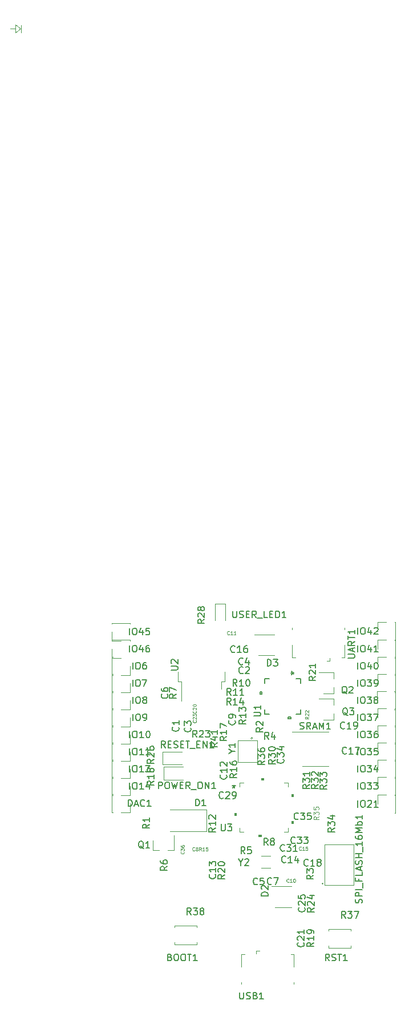
<source format=gbr>
%TF.GenerationSoftware,KiCad,Pcbnew,(5.1.6)-1*%
%TF.CreationDate,2022-05-16T14:52:33-05:00*%
%TF.ProjectId,ESP32-S2_Dev,45535033-322d-4533-925f-4465762e6b69,rev?*%
%TF.SameCoordinates,Original*%
%TF.FileFunction,Legend,Top*%
%TF.FilePolarity,Positive*%
%FSLAX46Y46*%
G04 Gerber Fmt 4.6, Leading zero omitted, Abs format (unit mm)*
G04 Created by KiCad (PCBNEW (5.1.6)-1) date 2022-05-16 14:52:33*
%MOMM*%
%LPD*%
G01*
G04 APERTURE LIST*
%ADD10C,0.120000*%
%ADD11C,0.100000*%
%ADD12C,0.152400*%
%ADD13C,0.150000*%
%ADD14C,0.063500*%
%ADD15C,0.076200*%
G04 APERTURE END LIST*
D10*
X84480400Y14401800D02*
X83667600Y14401800D01*
X85293200Y14884400D02*
X85318600Y13766800D01*
X85242400Y14376400D02*
X84480400Y13766800D01*
X84480400Y14986000D02*
X85242400Y14376400D01*
X84480400Y13766800D02*
X84480400Y14986000D01*
%TO.C,IO13*%
X98796800Y-93920000D02*
X98796800Y-96580000D01*
X98916800Y-93920000D02*
X98796800Y-93920000D01*
X98916800Y-96580000D02*
X98796800Y-96580000D01*
X101456800Y-96580000D02*
X100126800Y-96580000D01*
X101456800Y-95250000D02*
X101456800Y-96580000D01*
D11*
%TO.C,U3*%
G36*
X120945300Y-96855001D02*
G01*
X120945300Y-96601001D01*
X121326300Y-96601001D01*
X121326300Y-96855001D01*
X120945300Y-96855001D01*
G37*
X120945300Y-96855001D02*
X120945300Y-96601001D01*
X121326300Y-96601001D01*
X121326300Y-96855001D01*
X120945300Y-96855001D01*
G36*
X125674399Y-98949101D02*
G01*
X125674399Y-99330101D01*
X125420399Y-99330101D01*
X125420399Y-98949101D01*
X125674399Y-98949101D01*
G37*
X125674399Y-98949101D02*
X125674399Y-99330101D01*
X125420399Y-99330101D01*
X125420399Y-98949101D01*
X125674399Y-98949101D01*
G36*
X125674399Y-102949101D02*
G01*
X125674399Y-103330101D01*
X125420399Y-103330101D01*
X125420399Y-102949101D01*
X125674399Y-102949101D01*
G37*
X125674399Y-102949101D02*
X125674399Y-103330101D01*
X125420399Y-103330101D01*
X125420399Y-102949101D01*
X125674399Y-102949101D01*
G36*
X120545301Y-105024199D02*
G01*
X120545301Y-105278199D01*
X120926301Y-105278199D01*
X120926301Y-105024199D01*
X120545301Y-105024199D01*
G37*
X120545301Y-105024199D02*
X120545301Y-105278199D01*
X120926301Y-105278199D01*
X120926301Y-105024199D01*
X120545301Y-105024199D01*
G36*
X116997201Y-101749101D02*
G01*
X116997201Y-102130101D01*
X117251201Y-102130101D01*
X117251201Y-101749101D01*
X116997201Y-101749101D01*
G37*
X116997201Y-101749101D02*
X116997201Y-102130101D01*
X117251201Y-102130101D01*
X117251201Y-101749101D01*
X116997201Y-101749101D01*
D10*
X118301060Y-97307400D02*
X117703600Y-97307400D01*
X124968000Y-97904860D02*
X124968000Y-97307400D01*
X124370540Y-104571800D02*
X124968000Y-104571800D01*
X117703600Y-103974340D02*
X117703600Y-104571800D01*
X117703600Y-97307400D02*
X117703600Y-97904860D01*
X124968000Y-97307400D02*
X124370540Y-97307400D01*
X124968000Y-104571800D02*
X124968000Y-103974340D01*
X117703600Y-104571800D02*
X118301060Y-104571800D01*
%TO.C,UART1*%
X133349200Y-78735200D02*
X132899200Y-78735200D01*
X133349200Y-76885200D02*
X133349200Y-78735200D01*
X125549200Y-74335200D02*
X125549200Y-74585200D01*
X133349200Y-74335200D02*
X133349200Y-74585200D01*
X125549200Y-76885200D02*
X125549200Y-78735200D01*
X125549200Y-78735200D02*
X125999200Y-78735200D01*
X131149200Y-79285200D02*
X130699200Y-79285200D01*
X131149200Y-79285200D02*
X131149200Y-78835200D01*
%TO.C,RST1*%
X134261600Y-119219800D02*
X134261600Y-118919800D01*
X134261600Y-118919800D02*
X130961600Y-118919800D01*
X130961600Y-118919800D02*
X130961600Y-119219800D01*
X134261600Y-121419800D02*
X134261600Y-121719800D01*
X134261600Y-121719800D02*
X130961600Y-121719800D01*
X130961600Y-121719800D02*
X130961600Y-121419800D01*
%TO.C,BOOT1*%
X111378000Y-118737200D02*
X111378000Y-118437200D01*
X111378000Y-118437200D02*
X108078000Y-118437200D01*
X108078000Y-118437200D02*
X108078000Y-118737200D01*
X111378000Y-120937200D02*
X111378000Y-121237200D01*
X111378000Y-121237200D02*
X108078000Y-121237200D01*
X108078000Y-121237200D02*
X108078000Y-120937200D01*
%TO.C,Y2*%
X120920200Y-109866400D02*
X122270200Y-109866400D01*
X120920200Y-108116400D02*
X122270200Y-108116400D01*
%TO.C,Y1*%
X117476600Y-94273800D02*
X120339600Y-94273800D01*
X120338600Y-94273800D02*
X120338600Y-91042800D01*
X117476600Y-91041800D02*
X120339600Y-91041800D01*
X117476600Y-94274800D02*
X117476600Y-91043800D01*
X119677786Y-90715800D02*
G75*
G03*
X119677786Y-90715800I-137186J0D01*
G01*
%TO.C,USER_LED1*%
X115593800Y-73226800D02*
X115593800Y-70766800D01*
X115593800Y-70766800D02*
X114123800Y-70766800D01*
X114123800Y-70766800D02*
X114123800Y-73226800D01*
%TO.C,USB1*%
X118020000Y-122697500D02*
X118470000Y-122697500D01*
X118020000Y-124547500D02*
X118020000Y-122697500D01*
X125820000Y-127097500D02*
X125820000Y-126847500D01*
X118020000Y-127097500D02*
X118020000Y-126847500D01*
X125820000Y-124547500D02*
X125820000Y-122697500D01*
X125820000Y-122697500D02*
X125370000Y-122697500D01*
X120220000Y-122147500D02*
X120670000Y-122147500D01*
X120220000Y-122147500D02*
X120220000Y-122597500D01*
%TO.C,U2*%
X108614800Y-80827600D02*
X108614800Y-82327600D01*
X108614800Y-82327600D02*
X109084800Y-82327600D01*
X109084800Y-82327600D02*
X109084800Y-85157600D01*
X115514800Y-80827600D02*
X115514800Y-82327600D01*
X115514800Y-82327600D02*
X115044800Y-82327600D01*
X115044800Y-82327600D02*
X115044800Y-83427600D01*
D12*
%TO.C,U1*%
X121500900Y-81851500D02*
X121500900Y-82520260D01*
X121500900Y-87109300D02*
X122169660Y-87109300D01*
X126758700Y-87109300D02*
X126758700Y-86440540D01*
X126758700Y-81851500D02*
X126089940Y-81851500D01*
X122169660Y-81851500D02*
X121500900Y-81851500D01*
X121500900Y-86440540D02*
X121500900Y-87109300D01*
X126089940Y-87109300D02*
X126758700Y-87109300D01*
X126758700Y-82520260D02*
X126758700Y-81851500D01*
X121073901Y-83789901D02*
X120819901Y-83789901D01*
X120819901Y-83789901D02*
X120819901Y-84170901D01*
X120819901Y-84170901D02*
X121073901Y-84170901D01*
X121073901Y-84170901D02*
X121073901Y-83789901D01*
X125320301Y-87790299D02*
X124939301Y-87790299D01*
X124939301Y-87790299D02*
X124939301Y-87536299D01*
X124939301Y-87536299D02*
X125320301Y-87536299D01*
X125320301Y-87536299D02*
X125320301Y-87790299D01*
D10*
%TO.C,SRAM1*%
X128955800Y-94863600D02*
X130905800Y-94863600D01*
X128955800Y-94863600D02*
X127005800Y-94863600D01*
X128955800Y-89743600D02*
X130905800Y-89743600D01*
X128955800Y-89743600D02*
X125505800Y-89743600D01*
%TO.C,SPI_FLASH_16Mb1*%
X130335200Y-112445400D02*
X134658200Y-112455400D01*
X134671200Y-112456400D02*
X134678200Y-106421400D01*
X134678200Y-106421400D02*
X130316200Y-106413400D01*
X130316200Y-106413400D02*
X130337200Y-112446400D01*
X130121262Y-112209400D02*
G75*
G03*
X130121262Y-112209400I-73062J0D01*
G01*
%TO.C,RESET_EN1*%
X109195000Y-92689800D02*
X106335000Y-92689800D01*
X106335000Y-92689800D02*
X106335000Y-94609800D01*
X106335000Y-94609800D02*
X109195000Y-94609800D01*
%TO.C,Q3*%
X131681000Y-88001000D02*
X131681000Y-87071000D01*
X131681000Y-84841000D02*
X131681000Y-85771000D01*
X131681000Y-84841000D02*
X129521000Y-84841000D01*
X131681000Y-88001000D02*
X130221000Y-88001000D01*
%TO.C,Q2*%
X131681000Y-84114800D02*
X131681000Y-83184800D01*
X131681000Y-80954800D02*
X131681000Y-81884800D01*
X131681000Y-80954800D02*
X129521000Y-80954800D01*
X131681000Y-84114800D02*
X130221000Y-84114800D01*
%TO.C,Q1*%
X104830800Y-107271600D02*
X105760800Y-107271600D01*
X107990800Y-107271600D02*
X107060800Y-107271600D01*
X107990800Y-107271600D02*
X107990800Y-105111600D01*
X104830800Y-107271600D02*
X104830800Y-105811600D01*
%TO.C,POWER_ON1*%
X109322000Y-94950400D02*
X106462000Y-94950400D01*
X106462000Y-94950400D02*
X106462000Y-96870400D01*
X106462000Y-96870400D02*
X109322000Y-96870400D01*
%TO.C,DAC1*%
X98796800Y-99000000D02*
X98796800Y-101660000D01*
X98916800Y-99000000D02*
X98796800Y-99000000D01*
X98916800Y-101660000D02*
X98796800Y-101660000D01*
X101456800Y-101660000D02*
X100126800Y-101660000D01*
X101456800Y-100330000D02*
X101456800Y-101660000D01*
%TO.C,IO46*%
X101456800Y-76140000D02*
X98796800Y-76140000D01*
X101456800Y-76260000D02*
X101456800Y-76140000D01*
X98796800Y-76260000D02*
X98796800Y-76140000D01*
X98796800Y-78800000D02*
X98796800Y-77470000D01*
X100126800Y-78800000D02*
X98796800Y-78800000D01*
%TO.C,IO45*%
X101456800Y-73625400D02*
X98796800Y-73625400D01*
X101456800Y-73745400D02*
X101456800Y-73625400D01*
X98796800Y-73745400D02*
X98796800Y-73625400D01*
X98796800Y-76285400D02*
X98796800Y-74955400D01*
X100126800Y-76285400D02*
X98796800Y-76285400D01*
%TO.C,IO42*%
X140852200Y-76183800D02*
X140852200Y-73523800D01*
X140732200Y-76183800D02*
X140852200Y-76183800D01*
X140732200Y-73523800D02*
X140852200Y-73523800D01*
X138192200Y-73523800D02*
X139522200Y-73523800D01*
X138192200Y-74853800D02*
X138192200Y-73523800D01*
%TO.C,IO41*%
X140852200Y-78800000D02*
X140852200Y-76140000D01*
X140732200Y-78800000D02*
X140852200Y-78800000D01*
X140732200Y-76140000D02*
X140852200Y-76140000D01*
X138192200Y-76140000D02*
X139522200Y-76140000D01*
X138192200Y-77470000D02*
X138192200Y-76140000D01*
%TO.C,IO40*%
X140852200Y-81340000D02*
X140852200Y-78680000D01*
X140732200Y-81340000D02*
X140852200Y-81340000D01*
X140732200Y-78680000D02*
X140852200Y-78680000D01*
X138192200Y-78680000D02*
X139522200Y-78680000D01*
X138192200Y-80010000D02*
X138192200Y-78680000D01*
%TO.C,IO39*%
X140852200Y-83880000D02*
X140852200Y-81220000D01*
X140732200Y-83880000D02*
X140852200Y-83880000D01*
X140732200Y-81220000D02*
X140852200Y-81220000D01*
X138192200Y-81220000D02*
X139522200Y-81220000D01*
X138192200Y-82550000D02*
X138192200Y-81220000D01*
%TO.C,IO38*%
X140826800Y-86420000D02*
X140826800Y-83760000D01*
X140706800Y-86420000D02*
X140826800Y-86420000D01*
X140706800Y-83760000D02*
X140826800Y-83760000D01*
X138166800Y-83760000D02*
X139496800Y-83760000D01*
X138166800Y-85090000D02*
X138166800Y-83760000D01*
%TO.C,IO37*%
X140852200Y-88960000D02*
X140852200Y-86300000D01*
X140732200Y-88960000D02*
X140852200Y-88960000D01*
X140732200Y-86300000D02*
X140852200Y-86300000D01*
X138192200Y-86300000D02*
X139522200Y-86300000D01*
X138192200Y-87630000D02*
X138192200Y-86300000D01*
%TO.C,IO36*%
X140852200Y-91500000D02*
X140852200Y-88840000D01*
X140732200Y-91500000D02*
X140852200Y-91500000D01*
X140732200Y-88840000D02*
X140852200Y-88840000D01*
X138192200Y-88840000D02*
X139522200Y-88840000D01*
X138192200Y-90170000D02*
X138192200Y-88840000D01*
%TO.C,IO35*%
X140852200Y-94040000D02*
X140852200Y-91380000D01*
X140732200Y-94040000D02*
X140852200Y-94040000D01*
X140732200Y-91380000D02*
X140852200Y-91380000D01*
X138192200Y-91380000D02*
X139522200Y-91380000D01*
X138192200Y-92710000D02*
X138192200Y-91380000D01*
%TO.C,IO34*%
X140852200Y-96580000D02*
X140852200Y-93920000D01*
X140732200Y-96580000D02*
X140852200Y-96580000D01*
X140732200Y-93920000D02*
X140852200Y-93920000D01*
X138192200Y-93920000D02*
X139522200Y-93920000D01*
X138192200Y-95250000D02*
X138192200Y-93920000D01*
%TO.C,IO33*%
X140852200Y-99120000D02*
X140852200Y-96460000D01*
X140732200Y-99120000D02*
X140852200Y-99120000D01*
X140732200Y-96460000D02*
X140852200Y-96460000D01*
X138192200Y-96460000D02*
X139522200Y-96460000D01*
X138192200Y-97790000D02*
X138192200Y-96460000D01*
%TO.C,IO21*%
X140852200Y-101761600D02*
X140852200Y-99101600D01*
X140732200Y-101761600D02*
X140852200Y-101761600D01*
X140732200Y-99101600D02*
X140852200Y-99101600D01*
X138192200Y-99101600D02*
X139522200Y-99101600D01*
X138192200Y-100431600D02*
X138192200Y-99101600D01*
%TO.C,IO14*%
X98796800Y-96460000D02*
X98796800Y-99120000D01*
X98916800Y-96460000D02*
X98796800Y-96460000D01*
X98916800Y-99120000D02*
X98796800Y-99120000D01*
X101456800Y-99120000D02*
X100126800Y-99120000D01*
X101456800Y-97790000D02*
X101456800Y-99120000D01*
%TO.C,IO11*%
X98796800Y-91380000D02*
X98796800Y-94040000D01*
X98916800Y-91380000D02*
X98796800Y-91380000D01*
X98916800Y-94040000D02*
X98796800Y-94040000D01*
X101456800Y-94040000D02*
X100126800Y-94040000D01*
X101456800Y-92710000D02*
X101456800Y-94040000D01*
%TO.C,IO10*%
X98796800Y-88840000D02*
X98796800Y-91500000D01*
X98916800Y-88840000D02*
X98796800Y-88840000D01*
X98916800Y-91500000D02*
X98796800Y-91500000D01*
X101456800Y-91500000D02*
X100126800Y-91500000D01*
X101456800Y-90170000D02*
X101456800Y-91500000D01*
%TO.C,IO9*%
X98796800Y-86300000D02*
X98796800Y-88960000D01*
X98916800Y-86300000D02*
X98796800Y-86300000D01*
X98916800Y-88960000D02*
X98796800Y-88960000D01*
X101456800Y-88960000D02*
X100126800Y-88960000D01*
X101456800Y-87630000D02*
X101456800Y-88960000D01*
%TO.C,IO8*%
X98796800Y-83760000D02*
X98796800Y-86420000D01*
X98916800Y-83760000D02*
X98796800Y-83760000D01*
X98916800Y-86420000D02*
X98796800Y-86420000D01*
X101456800Y-86420000D02*
X100126800Y-86420000D01*
X101456800Y-85090000D02*
X101456800Y-86420000D01*
%TO.C,IO7*%
X98796800Y-81220000D02*
X98796800Y-83880000D01*
X98916800Y-81220000D02*
X98796800Y-81220000D01*
X98916800Y-83880000D02*
X98796800Y-83880000D01*
X101456800Y-83880000D02*
X100126800Y-83880000D01*
X101456800Y-82550000D02*
X101456800Y-83880000D01*
%TO.C,IO6*%
X98796800Y-78680000D02*
X98796800Y-81340000D01*
X98916800Y-78680000D02*
X98796800Y-78680000D01*
X98916800Y-81340000D02*
X98796800Y-81340000D01*
X101456800Y-81340000D02*
X100126800Y-81340000D01*
X101456800Y-80010000D02*
X101456800Y-81340000D01*
%TO.C,D3*%
X120499200Y-78443800D02*
X122899200Y-78443800D01*
X122899200Y-75343800D02*
X119949200Y-75343800D01*
%TO.C,D2*%
X123016200Y-115715200D02*
X125416200Y-115715200D01*
X125416200Y-112615200D02*
X122466200Y-112615200D01*
%TO.C,D1*%
X112791200Y-104520000D02*
X112791200Y-101220000D01*
X112791200Y-101220000D02*
X107391200Y-101220000D01*
X112791200Y-104520000D02*
X107391200Y-104520000D01*
%TO.C,C34*%
D13*
X124207542Y-93784657D02*
X124255161Y-93832276D01*
X124302780Y-93975133D01*
X124302780Y-94070371D01*
X124255161Y-94213228D01*
X124159923Y-94308466D01*
X124064685Y-94356085D01*
X123874209Y-94403704D01*
X123731352Y-94403704D01*
X123540876Y-94356085D01*
X123445638Y-94308466D01*
X123350400Y-94213228D01*
X123302780Y-94070371D01*
X123302780Y-93975133D01*
X123350400Y-93832276D01*
X123398019Y-93784657D01*
X123302780Y-93451323D02*
X123302780Y-92832276D01*
X123683733Y-93165609D01*
X123683733Y-93022752D01*
X123731352Y-92927514D01*
X123778971Y-92879895D01*
X123874209Y-92832276D01*
X124112304Y-92832276D01*
X124207542Y-92879895D01*
X124255161Y-92927514D01*
X124302780Y-93022752D01*
X124302780Y-93308466D01*
X124255161Y-93403704D01*
X124207542Y-93451323D01*
X123636114Y-91975133D02*
X124302780Y-91975133D01*
X123255161Y-92213228D02*
X123969447Y-92451323D01*
X123969447Y-91832276D01*
%TO.C,IO13*%
X101420609Y-95702380D02*
X101420609Y-94702380D01*
X102087276Y-94702380D02*
X102277752Y-94702380D01*
X102372990Y-94750000D01*
X102468228Y-94845238D01*
X102515847Y-95035714D01*
X102515847Y-95369047D01*
X102468228Y-95559523D01*
X102372990Y-95654761D01*
X102277752Y-95702380D01*
X102087276Y-95702380D01*
X101992038Y-95654761D01*
X101896800Y-95559523D01*
X101849180Y-95369047D01*
X101849180Y-95035714D01*
X101896800Y-94845238D01*
X101992038Y-94750000D01*
X102087276Y-94702380D01*
X103468228Y-95702380D02*
X102896800Y-95702380D01*
X103182514Y-95702380D02*
X103182514Y-94702380D01*
X103087276Y-94845238D01*
X102992038Y-94940476D01*
X102896800Y-94988095D01*
X103801561Y-94702380D02*
X104420609Y-94702380D01*
X104087276Y-95083333D01*
X104230133Y-95083333D01*
X104325371Y-95130952D01*
X104372990Y-95178571D01*
X104420609Y-95273809D01*
X104420609Y-95511904D01*
X104372990Y-95607142D01*
X104325371Y-95654761D01*
X104230133Y-95702380D01*
X103944419Y-95702380D01*
X103849180Y-95654761D01*
X103801561Y-95607142D01*
%TO.C,U3*%
X115011295Y-103414580D02*
X115011295Y-104224104D01*
X115058914Y-104319342D01*
X115106533Y-104366961D01*
X115201771Y-104414580D01*
X115392247Y-104414580D01*
X115487485Y-104366961D01*
X115535104Y-104319342D01*
X115582723Y-104224104D01*
X115582723Y-103414580D01*
X115963676Y-103414580D02*
X116582723Y-103414580D01*
X116249390Y-103795533D01*
X116392247Y-103795533D01*
X116487485Y-103843152D01*
X116535104Y-103890771D01*
X116582723Y-103986009D01*
X116582723Y-104224104D01*
X116535104Y-104319342D01*
X116487485Y-104366961D01*
X116392247Y-104414580D01*
X116106533Y-104414580D01*
X116011295Y-104366961D01*
X115963676Y-104319342D01*
X116870200Y-97591980D02*
X116870200Y-97830076D01*
X116632104Y-97734838D02*
X116870200Y-97830076D01*
X117108295Y-97734838D01*
X116727342Y-98020552D02*
X116870200Y-97830076D01*
X117013057Y-98020552D01*
X116870200Y-97591980D02*
X116870200Y-97830076D01*
X116632104Y-97734838D02*
X116870200Y-97830076D01*
X117108295Y-97734838D01*
X116727342Y-98020552D02*
X116870200Y-97830076D01*
X117013057Y-98020552D01*
%TO.C,UART1*%
X133818380Y-78830228D02*
X134627904Y-78830228D01*
X134723142Y-78782609D01*
X134770761Y-78734990D01*
X134818380Y-78639752D01*
X134818380Y-78449276D01*
X134770761Y-78354038D01*
X134723142Y-78306419D01*
X134627904Y-78258800D01*
X133818380Y-78258800D01*
X134532666Y-77830228D02*
X134532666Y-77354038D01*
X134818380Y-77925466D02*
X133818380Y-77592133D01*
X134818380Y-77258800D01*
X134818380Y-76354038D02*
X134342190Y-76687371D01*
X134818380Y-76925466D02*
X133818380Y-76925466D01*
X133818380Y-76544514D01*
X133866000Y-76449276D01*
X133913619Y-76401657D01*
X134008857Y-76354038D01*
X134151714Y-76354038D01*
X134246952Y-76401657D01*
X134294571Y-76449276D01*
X134342190Y-76544514D01*
X134342190Y-76925466D01*
X133818380Y-76068323D02*
X133818380Y-75496895D01*
X134818380Y-75782609D02*
X133818380Y-75782609D01*
X134818380Y-74639752D02*
X134818380Y-75211180D01*
X134818380Y-74925466D02*
X133818380Y-74925466D01*
X133961238Y-75020704D01*
X134056476Y-75115942D01*
X134104095Y-75211180D01*
%TO.C,C36*%
D14*
X109452228Y-107489171D02*
X109476419Y-107513361D01*
X109500609Y-107585933D01*
X109500609Y-107634314D01*
X109476419Y-107706885D01*
X109428038Y-107755266D01*
X109379657Y-107779457D01*
X109282895Y-107803647D01*
X109210323Y-107803647D01*
X109113561Y-107779457D01*
X109065180Y-107755266D01*
X109016800Y-107706885D01*
X108992609Y-107634314D01*
X108992609Y-107585933D01*
X109016800Y-107513361D01*
X109040990Y-107489171D01*
X108992609Y-107319838D02*
X108992609Y-107005361D01*
X109186133Y-107174695D01*
X109186133Y-107102123D01*
X109210323Y-107053742D01*
X109234514Y-107029552D01*
X109282895Y-107005361D01*
X109403847Y-107005361D01*
X109452228Y-107029552D01*
X109476419Y-107053742D01*
X109500609Y-107102123D01*
X109500609Y-107247266D01*
X109476419Y-107295647D01*
X109452228Y-107319838D01*
X108992609Y-106569933D02*
X108992609Y-106666695D01*
X109016800Y-106715076D01*
X109040990Y-106739266D01*
X109113561Y-106787647D01*
X109210323Y-106811838D01*
X109403847Y-106811838D01*
X109452228Y-106787647D01*
X109476419Y-106763457D01*
X109500609Y-106715076D01*
X109500609Y-106618314D01*
X109476419Y-106569933D01*
X109452228Y-106545742D01*
X109403847Y-106521552D01*
X109282895Y-106521552D01*
X109234514Y-106545742D01*
X109210323Y-106569933D01*
X109186133Y-106618314D01*
X109186133Y-106715076D01*
X109210323Y-106763457D01*
X109234514Y-106787647D01*
X109282895Y-106811838D01*
%TO.C,R41*%
D13*
X114447580Y-91397057D02*
X113971390Y-91730390D01*
X114447580Y-91968485D02*
X113447580Y-91968485D01*
X113447580Y-91587533D01*
X113495200Y-91492295D01*
X113542819Y-91444676D01*
X113638057Y-91397057D01*
X113780914Y-91397057D01*
X113876152Y-91444676D01*
X113923771Y-91492295D01*
X113971390Y-91587533D01*
X113971390Y-91968485D01*
X113780914Y-90539914D02*
X114447580Y-90539914D01*
X113399961Y-90778009D02*
X114114247Y-91016104D01*
X114114247Y-90397057D01*
X114447580Y-89492295D02*
X114447580Y-90063723D01*
X114447580Y-89778009D02*
X113447580Y-89778009D01*
X113590438Y-89873247D01*
X113685676Y-89968485D01*
X113733295Y-90063723D01*
%TO.C,RST1*%
X131056190Y-123642380D02*
X130722857Y-123166190D01*
X130484761Y-123642380D02*
X130484761Y-122642380D01*
X130865714Y-122642380D01*
X130960952Y-122690000D01*
X131008571Y-122737619D01*
X131056190Y-122832857D01*
X131056190Y-122975714D01*
X131008571Y-123070952D01*
X130960952Y-123118571D01*
X130865714Y-123166190D01*
X130484761Y-123166190D01*
X131437142Y-123594761D02*
X131580000Y-123642380D01*
X131818095Y-123642380D01*
X131913333Y-123594761D01*
X131960952Y-123547142D01*
X132008571Y-123451904D01*
X132008571Y-123356666D01*
X131960952Y-123261428D01*
X131913333Y-123213809D01*
X131818095Y-123166190D01*
X131627619Y-123118571D01*
X131532380Y-123070952D01*
X131484761Y-123023333D01*
X131437142Y-122928095D01*
X131437142Y-122832857D01*
X131484761Y-122737619D01*
X131532380Y-122690000D01*
X131627619Y-122642380D01*
X131865714Y-122642380D01*
X132008571Y-122690000D01*
X132294285Y-122642380D02*
X132865714Y-122642380D01*
X132580000Y-123642380D02*
X132580000Y-122642380D01*
X133722857Y-123642380D02*
X133151428Y-123642380D01*
X133437142Y-123642380D02*
X133437142Y-122642380D01*
X133341904Y-122785238D01*
X133246666Y-122880476D01*
X133151428Y-122928095D01*
%TO.C,R38*%
X110530542Y-116833580D02*
X110197209Y-116357390D01*
X109959114Y-116833580D02*
X109959114Y-115833580D01*
X110340066Y-115833580D01*
X110435304Y-115881200D01*
X110482923Y-115928819D01*
X110530542Y-116024057D01*
X110530542Y-116166914D01*
X110482923Y-116262152D01*
X110435304Y-116309771D01*
X110340066Y-116357390D01*
X109959114Y-116357390D01*
X110863876Y-115833580D02*
X111482923Y-115833580D01*
X111149590Y-116214533D01*
X111292447Y-116214533D01*
X111387685Y-116262152D01*
X111435304Y-116309771D01*
X111482923Y-116405009D01*
X111482923Y-116643104D01*
X111435304Y-116738342D01*
X111387685Y-116785961D01*
X111292447Y-116833580D01*
X111006733Y-116833580D01*
X110911495Y-116785961D01*
X110863876Y-116738342D01*
X112054352Y-116262152D02*
X111959114Y-116214533D01*
X111911495Y-116166914D01*
X111863876Y-116071676D01*
X111863876Y-116024057D01*
X111911495Y-115928819D01*
X111959114Y-115881200D01*
X112054352Y-115833580D01*
X112244828Y-115833580D01*
X112340066Y-115881200D01*
X112387685Y-115928819D01*
X112435304Y-116024057D01*
X112435304Y-116071676D01*
X112387685Y-116166914D01*
X112340066Y-116214533D01*
X112244828Y-116262152D01*
X112054352Y-116262152D01*
X111959114Y-116309771D01*
X111911495Y-116357390D01*
X111863876Y-116452628D01*
X111863876Y-116643104D01*
X111911495Y-116738342D01*
X111959114Y-116785961D01*
X112054352Y-116833580D01*
X112244828Y-116833580D01*
X112340066Y-116785961D01*
X112387685Y-116738342D01*
X112435304Y-116643104D01*
X112435304Y-116452628D01*
X112387685Y-116357390D01*
X112340066Y-116309771D01*
X112244828Y-116262152D01*
%TO.C,R37*%
X133446142Y-117316180D02*
X133112809Y-116839990D01*
X132874714Y-117316180D02*
X132874714Y-116316180D01*
X133255666Y-116316180D01*
X133350904Y-116363800D01*
X133398523Y-116411419D01*
X133446142Y-116506657D01*
X133446142Y-116649514D01*
X133398523Y-116744752D01*
X133350904Y-116792371D01*
X133255666Y-116839990D01*
X132874714Y-116839990D01*
X133779476Y-116316180D02*
X134398523Y-116316180D01*
X134065190Y-116697133D01*
X134208047Y-116697133D01*
X134303285Y-116744752D01*
X134350904Y-116792371D01*
X134398523Y-116887609D01*
X134398523Y-117125704D01*
X134350904Y-117220942D01*
X134303285Y-117268561D01*
X134208047Y-117316180D01*
X133922333Y-117316180D01*
X133827095Y-117268561D01*
X133779476Y-117220942D01*
X134731857Y-116316180D02*
X135398523Y-116316180D01*
X134969952Y-117316180D01*
%TO.C,BOOT1*%
X107386666Y-123118571D02*
X107529523Y-123166190D01*
X107577142Y-123213809D01*
X107624761Y-123309047D01*
X107624761Y-123451904D01*
X107577142Y-123547142D01*
X107529523Y-123594761D01*
X107434285Y-123642380D01*
X107053333Y-123642380D01*
X107053333Y-122642380D01*
X107386666Y-122642380D01*
X107481904Y-122690000D01*
X107529523Y-122737619D01*
X107577142Y-122832857D01*
X107577142Y-122928095D01*
X107529523Y-123023333D01*
X107481904Y-123070952D01*
X107386666Y-123118571D01*
X107053333Y-123118571D01*
X108243809Y-122642380D02*
X108434285Y-122642380D01*
X108529523Y-122690000D01*
X108624761Y-122785238D01*
X108672380Y-122975714D01*
X108672380Y-123309047D01*
X108624761Y-123499523D01*
X108529523Y-123594761D01*
X108434285Y-123642380D01*
X108243809Y-123642380D01*
X108148571Y-123594761D01*
X108053333Y-123499523D01*
X108005714Y-123309047D01*
X108005714Y-122975714D01*
X108053333Y-122785238D01*
X108148571Y-122690000D01*
X108243809Y-122642380D01*
X109291428Y-122642380D02*
X109481904Y-122642380D01*
X109577142Y-122690000D01*
X109672380Y-122785238D01*
X109720000Y-122975714D01*
X109720000Y-123309047D01*
X109672380Y-123499523D01*
X109577142Y-123594761D01*
X109481904Y-123642380D01*
X109291428Y-123642380D01*
X109196190Y-123594761D01*
X109100952Y-123499523D01*
X109053333Y-123309047D01*
X109053333Y-122975714D01*
X109100952Y-122785238D01*
X109196190Y-122690000D01*
X109291428Y-122642380D01*
X110005714Y-122642380D02*
X110577142Y-122642380D01*
X110291428Y-123642380D02*
X110291428Y-122642380D01*
X111434285Y-123642380D02*
X110862857Y-123642380D01*
X111148571Y-123642380D02*
X111148571Y-122642380D01*
X111053333Y-122785238D01*
X110958095Y-122880476D01*
X110862857Y-122928095D01*
%TO.C,Y2*%
X117887809Y-109069190D02*
X117887809Y-109545380D01*
X117554476Y-108545380D02*
X117887809Y-109069190D01*
X118221142Y-108545380D01*
X118506857Y-108640619D02*
X118554476Y-108593000D01*
X118649714Y-108545380D01*
X118887809Y-108545380D01*
X118983047Y-108593000D01*
X119030666Y-108640619D01*
X119078285Y-108735857D01*
X119078285Y-108831095D01*
X119030666Y-108973952D01*
X118459238Y-109545380D01*
X119078285Y-109545380D01*
%TO.C,Y1*%
X116612990Y-92627390D02*
X117089180Y-92627390D01*
X116089180Y-92960723D02*
X116612990Y-92627390D01*
X116089180Y-92294057D01*
X117089180Y-91436914D02*
X117089180Y-92008342D01*
X117089180Y-91722628D02*
X116089180Y-91722628D01*
X116232038Y-91817866D01*
X116327276Y-91913104D01*
X116374895Y-92008342D01*
%TO.C,USER_LED1*%
X116721428Y-71842380D02*
X116721428Y-72651904D01*
X116769047Y-72747142D01*
X116816666Y-72794761D01*
X116911904Y-72842380D01*
X117102380Y-72842380D01*
X117197619Y-72794761D01*
X117245238Y-72747142D01*
X117292857Y-72651904D01*
X117292857Y-71842380D01*
X117721428Y-72794761D02*
X117864285Y-72842380D01*
X118102380Y-72842380D01*
X118197619Y-72794761D01*
X118245238Y-72747142D01*
X118292857Y-72651904D01*
X118292857Y-72556666D01*
X118245238Y-72461428D01*
X118197619Y-72413809D01*
X118102380Y-72366190D01*
X117911904Y-72318571D01*
X117816666Y-72270952D01*
X117769047Y-72223333D01*
X117721428Y-72128095D01*
X117721428Y-72032857D01*
X117769047Y-71937619D01*
X117816666Y-71890000D01*
X117911904Y-71842380D01*
X118150000Y-71842380D01*
X118292857Y-71890000D01*
X118721428Y-72318571D02*
X119054761Y-72318571D01*
X119197619Y-72842380D02*
X118721428Y-72842380D01*
X118721428Y-71842380D01*
X119197619Y-71842380D01*
X120197619Y-72842380D02*
X119864285Y-72366190D01*
X119626190Y-72842380D02*
X119626190Y-71842380D01*
X120007142Y-71842380D01*
X120102380Y-71890000D01*
X120150000Y-71937619D01*
X120197619Y-72032857D01*
X120197619Y-72175714D01*
X120150000Y-72270952D01*
X120102380Y-72318571D01*
X120007142Y-72366190D01*
X119626190Y-72366190D01*
X120388095Y-72937619D02*
X121150000Y-72937619D01*
X121864285Y-72842380D02*
X121388095Y-72842380D01*
X121388095Y-71842380D01*
X122197619Y-72318571D02*
X122530952Y-72318571D01*
X122673809Y-72842380D02*
X122197619Y-72842380D01*
X122197619Y-71842380D01*
X122673809Y-71842380D01*
X123102380Y-72842380D02*
X123102380Y-71842380D01*
X123340476Y-71842380D01*
X123483333Y-71890000D01*
X123578571Y-71985238D01*
X123626190Y-72080476D01*
X123673809Y-72270952D01*
X123673809Y-72413809D01*
X123626190Y-72604285D01*
X123578571Y-72699523D01*
X123483333Y-72794761D01*
X123340476Y-72842380D01*
X123102380Y-72842380D01*
X124626190Y-72842380D02*
X124054761Y-72842380D01*
X124340476Y-72842380D02*
X124340476Y-71842380D01*
X124245238Y-71985238D01*
X124150000Y-72080476D01*
X124054761Y-72128095D01*
%TO.C,USB1*%
X117746504Y-128324880D02*
X117746504Y-129134404D01*
X117794123Y-129229642D01*
X117841742Y-129277261D01*
X117936980Y-129324880D01*
X118127457Y-129324880D01*
X118222695Y-129277261D01*
X118270314Y-129229642D01*
X118317933Y-129134404D01*
X118317933Y-128324880D01*
X118746504Y-129277261D02*
X118889361Y-129324880D01*
X119127457Y-129324880D01*
X119222695Y-129277261D01*
X119270314Y-129229642D01*
X119317933Y-129134404D01*
X119317933Y-129039166D01*
X119270314Y-128943928D01*
X119222695Y-128896309D01*
X119127457Y-128848690D01*
X118936980Y-128801071D01*
X118841742Y-128753452D01*
X118794123Y-128705833D01*
X118746504Y-128610595D01*
X118746504Y-128515357D01*
X118794123Y-128420119D01*
X118841742Y-128372500D01*
X118936980Y-128324880D01*
X119175076Y-128324880D01*
X119317933Y-128372500D01*
X120079838Y-128801071D02*
X120222695Y-128848690D01*
X120270314Y-128896309D01*
X120317933Y-128991547D01*
X120317933Y-129134404D01*
X120270314Y-129229642D01*
X120222695Y-129277261D01*
X120127457Y-129324880D01*
X119746504Y-129324880D01*
X119746504Y-128324880D01*
X120079838Y-128324880D01*
X120175076Y-128372500D01*
X120222695Y-128420119D01*
X120270314Y-128515357D01*
X120270314Y-128610595D01*
X120222695Y-128705833D01*
X120175076Y-128753452D01*
X120079838Y-128801071D01*
X119746504Y-128801071D01*
X121270314Y-129324880D02*
X120698885Y-129324880D01*
X120984600Y-129324880D02*
X120984600Y-128324880D01*
X120889361Y-128467738D01*
X120794123Y-128562976D01*
X120698885Y-128610595D01*
%TO.C,U2*%
X107554780Y-80594104D02*
X108364304Y-80594104D01*
X108459542Y-80546485D01*
X108507161Y-80498866D01*
X108554780Y-80403628D01*
X108554780Y-80213152D01*
X108507161Y-80117914D01*
X108459542Y-80070295D01*
X108364304Y-80022676D01*
X107554780Y-80022676D01*
X107650019Y-79594104D02*
X107602400Y-79546485D01*
X107554780Y-79451247D01*
X107554780Y-79213152D01*
X107602400Y-79117914D01*
X107650019Y-79070295D01*
X107745257Y-79022676D01*
X107840495Y-79022676D01*
X107983352Y-79070295D01*
X108554780Y-79641723D01*
X108554780Y-79022676D01*
%TO.C,U1*%
X119848380Y-87401304D02*
X120657904Y-87401304D01*
X120753142Y-87353685D01*
X120800761Y-87306066D01*
X120848380Y-87210828D01*
X120848380Y-87020352D01*
X120800761Y-86925114D01*
X120753142Y-86877495D01*
X120657904Y-86829876D01*
X119848380Y-86829876D01*
X120848380Y-85829876D02*
X120848380Y-86401304D01*
X120848380Y-86115590D02*
X119848380Y-86115590D01*
X119991238Y-86210828D01*
X120086476Y-86306066D01*
X120134095Y-86401304D01*
X125332180Y-81043500D02*
X125570276Y-81043500D01*
X125475038Y-81281595D02*
X125570276Y-81043500D01*
X125475038Y-80805404D01*
X125760752Y-81186357D02*
X125570276Y-81043500D01*
X125760752Y-80900642D01*
X125332180Y-81043500D02*
X125570276Y-81043500D01*
X125475038Y-81281595D02*
X125570276Y-81043500D01*
X125475038Y-80805404D01*
X125760752Y-81186357D02*
X125570276Y-81043500D01*
X125760752Y-80900642D01*
%TO.C,SRAM1*%
X126693895Y-89308361D02*
X126836752Y-89355980D01*
X127074847Y-89355980D01*
X127170085Y-89308361D01*
X127217704Y-89260742D01*
X127265323Y-89165504D01*
X127265323Y-89070266D01*
X127217704Y-88975028D01*
X127170085Y-88927409D01*
X127074847Y-88879790D01*
X126884371Y-88832171D01*
X126789133Y-88784552D01*
X126741514Y-88736933D01*
X126693895Y-88641695D01*
X126693895Y-88546457D01*
X126741514Y-88451219D01*
X126789133Y-88403600D01*
X126884371Y-88355980D01*
X127122466Y-88355980D01*
X127265323Y-88403600D01*
X128265323Y-89355980D02*
X127931990Y-88879790D01*
X127693895Y-89355980D02*
X127693895Y-88355980D01*
X128074847Y-88355980D01*
X128170085Y-88403600D01*
X128217704Y-88451219D01*
X128265323Y-88546457D01*
X128265323Y-88689314D01*
X128217704Y-88784552D01*
X128170085Y-88832171D01*
X128074847Y-88879790D01*
X127693895Y-88879790D01*
X128646276Y-89070266D02*
X129122466Y-89070266D01*
X128551038Y-89355980D02*
X128884371Y-88355980D01*
X129217704Y-89355980D01*
X129551038Y-89355980D02*
X129551038Y-88355980D01*
X129884371Y-89070266D01*
X130217704Y-88355980D01*
X130217704Y-89355980D01*
X131217704Y-89355980D02*
X130646276Y-89355980D01*
X130931990Y-89355980D02*
X130931990Y-88355980D01*
X130836752Y-88498838D01*
X130741514Y-88594076D01*
X130646276Y-88641695D01*
%TO.C,SPI_FLASH_16Mb1*%
X135888361Y-115085000D02*
X135935980Y-114942142D01*
X135935980Y-114704047D01*
X135888361Y-114608809D01*
X135840742Y-114561190D01*
X135745504Y-114513571D01*
X135650266Y-114513571D01*
X135555028Y-114561190D01*
X135507409Y-114608809D01*
X135459790Y-114704047D01*
X135412171Y-114894523D01*
X135364552Y-114989761D01*
X135316933Y-115037380D01*
X135221695Y-115085000D01*
X135126457Y-115085000D01*
X135031219Y-115037380D01*
X134983600Y-114989761D01*
X134935980Y-114894523D01*
X134935980Y-114656428D01*
X134983600Y-114513571D01*
X135935980Y-114085000D02*
X134935980Y-114085000D01*
X134935980Y-113704047D01*
X134983600Y-113608809D01*
X135031219Y-113561190D01*
X135126457Y-113513571D01*
X135269314Y-113513571D01*
X135364552Y-113561190D01*
X135412171Y-113608809D01*
X135459790Y-113704047D01*
X135459790Y-114085000D01*
X135935980Y-113085000D02*
X134935980Y-113085000D01*
X136031219Y-112846904D02*
X136031219Y-112085000D01*
X135412171Y-111513571D02*
X135412171Y-111846904D01*
X135935980Y-111846904D02*
X134935980Y-111846904D01*
X134935980Y-111370714D01*
X135935980Y-110513571D02*
X135935980Y-110989761D01*
X134935980Y-110989761D01*
X135650266Y-110227857D02*
X135650266Y-109751666D01*
X135935980Y-110323095D02*
X134935980Y-109989761D01*
X135935980Y-109656428D01*
X135888361Y-109370714D02*
X135935980Y-109227857D01*
X135935980Y-108989761D01*
X135888361Y-108894523D01*
X135840742Y-108846904D01*
X135745504Y-108799285D01*
X135650266Y-108799285D01*
X135555028Y-108846904D01*
X135507409Y-108894523D01*
X135459790Y-108989761D01*
X135412171Y-109180238D01*
X135364552Y-109275476D01*
X135316933Y-109323095D01*
X135221695Y-109370714D01*
X135126457Y-109370714D01*
X135031219Y-109323095D01*
X134983600Y-109275476D01*
X134935980Y-109180238D01*
X134935980Y-108942142D01*
X134983600Y-108799285D01*
X135935980Y-108370714D02*
X134935980Y-108370714D01*
X135412171Y-108370714D02*
X135412171Y-107799285D01*
X135935980Y-107799285D02*
X134935980Y-107799285D01*
X136031219Y-107561190D02*
X136031219Y-106799285D01*
X135935980Y-106037380D02*
X135935980Y-106608809D01*
X135935980Y-106323095D02*
X134935980Y-106323095D01*
X135078838Y-106418333D01*
X135174076Y-106513571D01*
X135221695Y-106608809D01*
X134935980Y-105180238D02*
X134935980Y-105370714D01*
X134983600Y-105465952D01*
X135031219Y-105513571D01*
X135174076Y-105608809D01*
X135364552Y-105656428D01*
X135745504Y-105656428D01*
X135840742Y-105608809D01*
X135888361Y-105561190D01*
X135935980Y-105465952D01*
X135935980Y-105275476D01*
X135888361Y-105180238D01*
X135840742Y-105132619D01*
X135745504Y-105085000D01*
X135507409Y-105085000D01*
X135412171Y-105132619D01*
X135364552Y-105180238D01*
X135316933Y-105275476D01*
X135316933Y-105465952D01*
X135364552Y-105561190D01*
X135412171Y-105608809D01*
X135507409Y-105656428D01*
X135935980Y-104656428D02*
X134935980Y-104656428D01*
X135650266Y-104323095D01*
X134935980Y-103989761D01*
X135935980Y-103989761D01*
X135935980Y-103513571D02*
X134935980Y-103513571D01*
X135316933Y-103513571D02*
X135269314Y-103418333D01*
X135269314Y-103227857D01*
X135316933Y-103132619D01*
X135364552Y-103085000D01*
X135459790Y-103037380D01*
X135745504Y-103037380D01*
X135840742Y-103085000D01*
X135888361Y-103132619D01*
X135935980Y-103227857D01*
X135935980Y-103418333D01*
X135888361Y-103513571D01*
X135935980Y-102085000D02*
X135935980Y-102656428D01*
X135935980Y-102370714D02*
X134935980Y-102370714D01*
X135078838Y-102465952D01*
X135174076Y-102561190D01*
X135221695Y-102656428D01*
%TO.C,RESET_EN1*%
X106696285Y-92120980D02*
X106362952Y-91644790D01*
X106124857Y-92120980D02*
X106124857Y-91120980D01*
X106505809Y-91120980D01*
X106601047Y-91168600D01*
X106648666Y-91216219D01*
X106696285Y-91311457D01*
X106696285Y-91454314D01*
X106648666Y-91549552D01*
X106601047Y-91597171D01*
X106505809Y-91644790D01*
X106124857Y-91644790D01*
X107124857Y-91597171D02*
X107458190Y-91597171D01*
X107601047Y-92120980D02*
X107124857Y-92120980D01*
X107124857Y-91120980D01*
X107601047Y-91120980D01*
X107982000Y-92073361D02*
X108124857Y-92120980D01*
X108362952Y-92120980D01*
X108458190Y-92073361D01*
X108505809Y-92025742D01*
X108553428Y-91930504D01*
X108553428Y-91835266D01*
X108505809Y-91740028D01*
X108458190Y-91692409D01*
X108362952Y-91644790D01*
X108172476Y-91597171D01*
X108077238Y-91549552D01*
X108029619Y-91501933D01*
X107982000Y-91406695D01*
X107982000Y-91311457D01*
X108029619Y-91216219D01*
X108077238Y-91168600D01*
X108172476Y-91120980D01*
X108410571Y-91120980D01*
X108553428Y-91168600D01*
X108982000Y-91597171D02*
X109315333Y-91597171D01*
X109458190Y-92120980D02*
X108982000Y-92120980D01*
X108982000Y-91120980D01*
X109458190Y-91120980D01*
X109743904Y-91120980D02*
X110315333Y-91120980D01*
X110029619Y-92120980D02*
X110029619Y-91120980D01*
X110410571Y-92216219D02*
X111172476Y-92216219D01*
X111410571Y-91597171D02*
X111743904Y-91597171D01*
X111886761Y-92120980D02*
X111410571Y-92120980D01*
X111410571Y-91120980D01*
X111886761Y-91120980D01*
X112315333Y-92120980D02*
X112315333Y-91120980D01*
X112886761Y-92120980D01*
X112886761Y-91120980D01*
X113886761Y-92120980D02*
X113315333Y-92120980D01*
X113601047Y-92120980D02*
X113601047Y-91120980D01*
X113505809Y-91263838D01*
X113410571Y-91359076D01*
X113315333Y-91406695D01*
%TO.C,R36*%
X121457980Y-94038657D02*
X120981790Y-94371990D01*
X121457980Y-94610085D02*
X120457980Y-94610085D01*
X120457980Y-94229133D01*
X120505600Y-94133895D01*
X120553219Y-94086276D01*
X120648457Y-94038657D01*
X120791314Y-94038657D01*
X120886552Y-94086276D01*
X120934171Y-94133895D01*
X120981790Y-94229133D01*
X120981790Y-94610085D01*
X120457980Y-93705323D02*
X120457980Y-93086276D01*
X120838933Y-93419609D01*
X120838933Y-93276752D01*
X120886552Y-93181514D01*
X120934171Y-93133895D01*
X121029409Y-93086276D01*
X121267504Y-93086276D01*
X121362742Y-93133895D01*
X121410361Y-93181514D01*
X121457980Y-93276752D01*
X121457980Y-93562466D01*
X121410361Y-93657704D01*
X121362742Y-93705323D01*
X120457980Y-92229133D02*
X120457980Y-92419609D01*
X120505600Y-92514847D01*
X120553219Y-92562466D01*
X120696076Y-92657704D01*
X120886552Y-92705323D01*
X121267504Y-92705323D01*
X121362742Y-92657704D01*
X121410361Y-92610085D01*
X121457980Y-92514847D01*
X121457980Y-92324371D01*
X121410361Y-92229133D01*
X121362742Y-92181514D01*
X121267504Y-92133895D01*
X121029409Y-92133895D01*
X120934171Y-92181514D01*
X120886552Y-92229133D01*
X120838933Y-92324371D01*
X120838933Y-92514847D01*
X120886552Y-92610085D01*
X120934171Y-92657704D01*
X121029409Y-92705323D01*
%TO.C,R35*%
D15*
X129478314Y-102293057D02*
X129115457Y-102547057D01*
X129478314Y-102728485D02*
X128716314Y-102728485D01*
X128716314Y-102438200D01*
X128752600Y-102365628D01*
X128788885Y-102329342D01*
X128861457Y-102293057D01*
X128970314Y-102293057D01*
X129042885Y-102329342D01*
X129079171Y-102365628D01*
X129115457Y-102438200D01*
X129115457Y-102728485D01*
X128716314Y-102039057D02*
X128716314Y-101567342D01*
X129006600Y-101821342D01*
X129006600Y-101712485D01*
X129042885Y-101639914D01*
X129079171Y-101603628D01*
X129151742Y-101567342D01*
X129333171Y-101567342D01*
X129405742Y-101603628D01*
X129442028Y-101639914D01*
X129478314Y-101712485D01*
X129478314Y-101930200D01*
X129442028Y-102002771D01*
X129405742Y-102039057D01*
X128716314Y-100877914D02*
X128716314Y-101240771D01*
X129079171Y-101277057D01*
X129042885Y-101240771D01*
X129006600Y-101168200D01*
X129006600Y-100986771D01*
X129042885Y-100914200D01*
X129079171Y-100877914D01*
X129151742Y-100841628D01*
X129333171Y-100841628D01*
X129405742Y-100877914D01*
X129442028Y-100914200D01*
X129478314Y-100986771D01*
X129478314Y-101168200D01*
X129442028Y-101240771D01*
X129405742Y-101277057D01*
%TO.C,R34*%
D13*
X131846580Y-103995457D02*
X131370390Y-104328790D01*
X131846580Y-104566885D02*
X130846580Y-104566885D01*
X130846580Y-104185933D01*
X130894200Y-104090695D01*
X130941819Y-104043076D01*
X131037057Y-103995457D01*
X131179914Y-103995457D01*
X131275152Y-104043076D01*
X131322771Y-104090695D01*
X131370390Y-104185933D01*
X131370390Y-104566885D01*
X130846580Y-103662123D02*
X130846580Y-103043076D01*
X131227533Y-103376409D01*
X131227533Y-103233552D01*
X131275152Y-103138314D01*
X131322771Y-103090695D01*
X131418009Y-103043076D01*
X131656104Y-103043076D01*
X131751342Y-103090695D01*
X131798961Y-103138314D01*
X131846580Y-103233552D01*
X131846580Y-103519266D01*
X131798961Y-103614504D01*
X131751342Y-103662123D01*
X131179914Y-102185933D02*
X131846580Y-102185933D01*
X130798961Y-102424028D02*
X131513247Y-102662123D01*
X131513247Y-102043076D01*
%TO.C,R33*%
X130652780Y-97645457D02*
X130176590Y-97978790D01*
X130652780Y-98216885D02*
X129652780Y-98216885D01*
X129652780Y-97835933D01*
X129700400Y-97740695D01*
X129748019Y-97693076D01*
X129843257Y-97645457D01*
X129986114Y-97645457D01*
X130081352Y-97693076D01*
X130128971Y-97740695D01*
X130176590Y-97835933D01*
X130176590Y-98216885D01*
X129652780Y-97312123D02*
X129652780Y-96693076D01*
X130033733Y-97026409D01*
X130033733Y-96883552D01*
X130081352Y-96788314D01*
X130128971Y-96740695D01*
X130224209Y-96693076D01*
X130462304Y-96693076D01*
X130557542Y-96740695D01*
X130605161Y-96788314D01*
X130652780Y-96883552D01*
X130652780Y-97169266D01*
X130605161Y-97264504D01*
X130557542Y-97312123D01*
X129652780Y-96359742D02*
X129652780Y-95740695D01*
X130033733Y-96074028D01*
X130033733Y-95931171D01*
X130081352Y-95835933D01*
X130128971Y-95788314D01*
X130224209Y-95740695D01*
X130462304Y-95740695D01*
X130557542Y-95788314D01*
X130605161Y-95835933D01*
X130652780Y-95931171D01*
X130652780Y-96216885D01*
X130605161Y-96312123D01*
X130557542Y-96359742D01*
%TO.C,R32*%
X129408180Y-97543857D02*
X128931990Y-97877190D01*
X129408180Y-98115285D02*
X128408180Y-98115285D01*
X128408180Y-97734333D01*
X128455800Y-97639095D01*
X128503419Y-97591476D01*
X128598657Y-97543857D01*
X128741514Y-97543857D01*
X128836752Y-97591476D01*
X128884371Y-97639095D01*
X128931990Y-97734333D01*
X128931990Y-98115285D01*
X128408180Y-97210523D02*
X128408180Y-96591476D01*
X128789133Y-96924809D01*
X128789133Y-96781952D01*
X128836752Y-96686714D01*
X128884371Y-96639095D01*
X128979609Y-96591476D01*
X129217704Y-96591476D01*
X129312942Y-96639095D01*
X129360561Y-96686714D01*
X129408180Y-96781952D01*
X129408180Y-97067666D01*
X129360561Y-97162904D01*
X129312942Y-97210523D01*
X128503419Y-96210523D02*
X128455800Y-96162904D01*
X128408180Y-96067666D01*
X128408180Y-95829571D01*
X128455800Y-95734333D01*
X128503419Y-95686714D01*
X128598657Y-95639095D01*
X128693895Y-95639095D01*
X128836752Y-95686714D01*
X129408180Y-96258142D01*
X129408180Y-95639095D01*
%TO.C,R31*%
X128112780Y-97569257D02*
X127636590Y-97902590D01*
X128112780Y-98140685D02*
X127112780Y-98140685D01*
X127112780Y-97759733D01*
X127160400Y-97664495D01*
X127208019Y-97616876D01*
X127303257Y-97569257D01*
X127446114Y-97569257D01*
X127541352Y-97616876D01*
X127588971Y-97664495D01*
X127636590Y-97759733D01*
X127636590Y-98140685D01*
X127112780Y-97235923D02*
X127112780Y-96616876D01*
X127493733Y-96950209D01*
X127493733Y-96807352D01*
X127541352Y-96712114D01*
X127588971Y-96664495D01*
X127684209Y-96616876D01*
X127922304Y-96616876D01*
X128017542Y-96664495D01*
X128065161Y-96712114D01*
X128112780Y-96807352D01*
X128112780Y-97093066D01*
X128065161Y-97188304D01*
X128017542Y-97235923D01*
X128112780Y-95664495D02*
X128112780Y-96235923D01*
X128112780Y-95950209D02*
X127112780Y-95950209D01*
X127255638Y-96045447D01*
X127350876Y-96140685D01*
X127398495Y-96235923D01*
%TO.C,R30*%
X123032780Y-93881457D02*
X122556590Y-94214790D01*
X123032780Y-94452885D02*
X122032780Y-94452885D01*
X122032780Y-94071933D01*
X122080400Y-93976695D01*
X122128019Y-93929076D01*
X122223257Y-93881457D01*
X122366114Y-93881457D01*
X122461352Y-93929076D01*
X122508971Y-93976695D01*
X122556590Y-94071933D01*
X122556590Y-94452885D01*
X122032780Y-93548123D02*
X122032780Y-92929076D01*
X122413733Y-93262409D01*
X122413733Y-93119552D01*
X122461352Y-93024314D01*
X122508971Y-92976695D01*
X122604209Y-92929076D01*
X122842304Y-92929076D01*
X122937542Y-92976695D01*
X122985161Y-93024314D01*
X123032780Y-93119552D01*
X123032780Y-93405266D01*
X122985161Y-93500504D01*
X122937542Y-93548123D01*
X122032780Y-92310028D02*
X122032780Y-92214790D01*
X122080400Y-92119552D01*
X122128019Y-92071933D01*
X122223257Y-92024314D01*
X122413733Y-91976695D01*
X122651828Y-91976695D01*
X122842304Y-92024314D01*
X122937542Y-92071933D01*
X122985161Y-92119552D01*
X123032780Y-92214790D01*
X123032780Y-92310028D01*
X122985161Y-92405266D01*
X122937542Y-92452885D01*
X122842304Y-92500504D01*
X122651828Y-92548123D01*
X122413733Y-92548123D01*
X122223257Y-92500504D01*
X122128019Y-92452885D01*
X122080400Y-92405266D01*
X122032780Y-92310028D01*
%TO.C,R28*%
X112517180Y-73109057D02*
X112040990Y-73442390D01*
X112517180Y-73680485D02*
X111517180Y-73680485D01*
X111517180Y-73299533D01*
X111564800Y-73204295D01*
X111612419Y-73156676D01*
X111707657Y-73109057D01*
X111850514Y-73109057D01*
X111945752Y-73156676D01*
X111993371Y-73204295D01*
X112040990Y-73299533D01*
X112040990Y-73680485D01*
X111612419Y-72728104D02*
X111564800Y-72680485D01*
X111517180Y-72585247D01*
X111517180Y-72347152D01*
X111564800Y-72251914D01*
X111612419Y-72204295D01*
X111707657Y-72156676D01*
X111802895Y-72156676D01*
X111945752Y-72204295D01*
X112517180Y-72775723D01*
X112517180Y-72156676D01*
X111945752Y-71585247D02*
X111898133Y-71680485D01*
X111850514Y-71728104D01*
X111755276Y-71775723D01*
X111707657Y-71775723D01*
X111612419Y-71728104D01*
X111564800Y-71680485D01*
X111517180Y-71585247D01*
X111517180Y-71394771D01*
X111564800Y-71299533D01*
X111612419Y-71251914D01*
X111707657Y-71204295D01*
X111755276Y-71204295D01*
X111850514Y-71251914D01*
X111898133Y-71299533D01*
X111945752Y-71394771D01*
X111945752Y-71585247D01*
X111993371Y-71680485D01*
X112040990Y-71728104D01*
X112136228Y-71775723D01*
X112326704Y-71775723D01*
X112421942Y-71728104D01*
X112469561Y-71680485D01*
X112517180Y-71585247D01*
X112517180Y-71394771D01*
X112469561Y-71299533D01*
X112421942Y-71251914D01*
X112326704Y-71204295D01*
X112136228Y-71204295D01*
X112040990Y-71251914D01*
X111993371Y-71299533D01*
X111945752Y-71394771D01*
%TO.C,R26*%
X105024180Y-93810057D02*
X104547990Y-94143390D01*
X105024180Y-94381485D02*
X104024180Y-94381485D01*
X104024180Y-94000533D01*
X104071800Y-93905295D01*
X104119419Y-93857676D01*
X104214657Y-93810057D01*
X104357514Y-93810057D01*
X104452752Y-93857676D01*
X104500371Y-93905295D01*
X104547990Y-94000533D01*
X104547990Y-94381485D01*
X104119419Y-93429104D02*
X104071800Y-93381485D01*
X104024180Y-93286247D01*
X104024180Y-93048152D01*
X104071800Y-92952914D01*
X104119419Y-92905295D01*
X104214657Y-92857676D01*
X104309895Y-92857676D01*
X104452752Y-92905295D01*
X105024180Y-93476723D01*
X105024180Y-92857676D01*
X104024180Y-92000533D02*
X104024180Y-92191009D01*
X104071800Y-92286247D01*
X104119419Y-92333866D01*
X104262276Y-92429104D01*
X104452752Y-92476723D01*
X104833704Y-92476723D01*
X104928942Y-92429104D01*
X104976561Y-92381485D01*
X105024180Y-92286247D01*
X105024180Y-92095771D01*
X104976561Y-92000533D01*
X104928942Y-91952914D01*
X104833704Y-91905295D01*
X104595609Y-91905295D01*
X104500371Y-91952914D01*
X104452752Y-92000533D01*
X104405133Y-92095771D01*
X104405133Y-92286247D01*
X104452752Y-92381485D01*
X104500371Y-92429104D01*
X104595609Y-92476723D01*
%TO.C,R24*%
X128798580Y-115806457D02*
X128322390Y-116139790D01*
X128798580Y-116377885D02*
X127798580Y-116377885D01*
X127798580Y-115996933D01*
X127846200Y-115901695D01*
X127893819Y-115854076D01*
X127989057Y-115806457D01*
X128131914Y-115806457D01*
X128227152Y-115854076D01*
X128274771Y-115901695D01*
X128322390Y-115996933D01*
X128322390Y-116377885D01*
X127893819Y-115425504D02*
X127846200Y-115377885D01*
X127798580Y-115282647D01*
X127798580Y-115044552D01*
X127846200Y-114949314D01*
X127893819Y-114901695D01*
X127989057Y-114854076D01*
X128084295Y-114854076D01*
X128227152Y-114901695D01*
X128798580Y-115473123D01*
X128798580Y-114854076D01*
X128131914Y-113996933D02*
X128798580Y-113996933D01*
X127750961Y-114235028D02*
X128465247Y-114473123D01*
X128465247Y-113854076D01*
%TO.C,R23*%
X111396542Y-90546180D02*
X111063209Y-90069990D01*
X110825114Y-90546180D02*
X110825114Y-89546180D01*
X111206066Y-89546180D01*
X111301304Y-89593800D01*
X111348923Y-89641419D01*
X111396542Y-89736657D01*
X111396542Y-89879514D01*
X111348923Y-89974752D01*
X111301304Y-90022371D01*
X111206066Y-90069990D01*
X110825114Y-90069990D01*
X111777495Y-89641419D02*
X111825114Y-89593800D01*
X111920352Y-89546180D01*
X112158447Y-89546180D01*
X112253685Y-89593800D01*
X112301304Y-89641419D01*
X112348923Y-89736657D01*
X112348923Y-89831895D01*
X112301304Y-89974752D01*
X111729876Y-90546180D01*
X112348923Y-90546180D01*
X112682257Y-89546180D02*
X113301304Y-89546180D01*
X112967971Y-89927133D01*
X113110828Y-89927133D01*
X113206066Y-89974752D01*
X113253685Y-90022371D01*
X113301304Y-90117609D01*
X113301304Y-90355704D01*
X113253685Y-90450942D01*
X113206066Y-90498561D01*
X113110828Y-90546180D01*
X112825114Y-90546180D01*
X112729876Y-90498561D01*
X112682257Y-90450942D01*
%TO.C,R22*%
D15*
X127966409Y-87524771D02*
X127724504Y-87694104D01*
X127966409Y-87815057D02*
X127458409Y-87815057D01*
X127458409Y-87621533D01*
X127482600Y-87573152D01*
X127506790Y-87548961D01*
X127555171Y-87524771D01*
X127627742Y-87524771D01*
X127676123Y-87548961D01*
X127700314Y-87573152D01*
X127724504Y-87621533D01*
X127724504Y-87815057D01*
X127506790Y-87331247D02*
X127482600Y-87307057D01*
X127458409Y-87258676D01*
X127458409Y-87137723D01*
X127482600Y-87089342D01*
X127506790Y-87065152D01*
X127555171Y-87040961D01*
X127603552Y-87040961D01*
X127676123Y-87065152D01*
X127966409Y-87355438D01*
X127966409Y-87040961D01*
X127506790Y-86847438D02*
X127482600Y-86823247D01*
X127458409Y-86774866D01*
X127458409Y-86653914D01*
X127482600Y-86605533D01*
X127506790Y-86581342D01*
X127555171Y-86557152D01*
X127603552Y-86557152D01*
X127676123Y-86581342D01*
X127966409Y-86871628D01*
X127966409Y-86557152D01*
%TO.C,R21*%
D13*
X129027180Y-81567257D02*
X128550990Y-81900590D01*
X129027180Y-82138685D02*
X128027180Y-82138685D01*
X128027180Y-81757733D01*
X128074800Y-81662495D01*
X128122419Y-81614876D01*
X128217657Y-81567257D01*
X128360514Y-81567257D01*
X128455752Y-81614876D01*
X128503371Y-81662495D01*
X128550990Y-81757733D01*
X128550990Y-82138685D01*
X128122419Y-81186304D02*
X128074800Y-81138685D01*
X128027180Y-81043447D01*
X128027180Y-80805352D01*
X128074800Y-80710114D01*
X128122419Y-80662495D01*
X128217657Y-80614876D01*
X128312895Y-80614876D01*
X128455752Y-80662495D01*
X129027180Y-81233923D01*
X129027180Y-80614876D01*
X129027180Y-79662495D02*
X129027180Y-80233923D01*
X129027180Y-79948209D02*
X128027180Y-79948209D01*
X128170038Y-80043447D01*
X128265276Y-80138685D01*
X128312895Y-80233923D01*
%TO.C,R20*%
X115514380Y-110904257D02*
X115038190Y-111237590D01*
X115514380Y-111475685D02*
X114514380Y-111475685D01*
X114514380Y-111094733D01*
X114562000Y-110999495D01*
X114609619Y-110951876D01*
X114704857Y-110904257D01*
X114847714Y-110904257D01*
X114942952Y-110951876D01*
X114990571Y-110999495D01*
X115038190Y-111094733D01*
X115038190Y-111475685D01*
X114609619Y-110523304D02*
X114562000Y-110475685D01*
X114514380Y-110380447D01*
X114514380Y-110142352D01*
X114562000Y-110047114D01*
X114609619Y-109999495D01*
X114704857Y-109951876D01*
X114800095Y-109951876D01*
X114942952Y-109999495D01*
X115514380Y-110570923D01*
X115514380Y-109951876D01*
X114514380Y-109332828D02*
X114514380Y-109237590D01*
X114562000Y-109142352D01*
X114609619Y-109094733D01*
X114704857Y-109047114D01*
X114895333Y-108999495D01*
X115133428Y-108999495D01*
X115323904Y-109047114D01*
X115419142Y-109094733D01*
X115466761Y-109142352D01*
X115514380Y-109237590D01*
X115514380Y-109332828D01*
X115466761Y-109428066D01*
X115419142Y-109475685D01*
X115323904Y-109523304D01*
X115133428Y-109570923D01*
X114895333Y-109570923D01*
X114704857Y-109523304D01*
X114609619Y-109475685D01*
X114562000Y-109428066D01*
X114514380Y-109332828D01*
%TO.C,R19*%
X128747780Y-120962657D02*
X128271590Y-121295990D01*
X128747780Y-121534085D02*
X127747780Y-121534085D01*
X127747780Y-121153133D01*
X127795400Y-121057895D01*
X127843019Y-121010276D01*
X127938257Y-120962657D01*
X128081114Y-120962657D01*
X128176352Y-121010276D01*
X128223971Y-121057895D01*
X128271590Y-121153133D01*
X128271590Y-121534085D01*
X128747780Y-120010276D02*
X128747780Y-120581704D01*
X128747780Y-120295990D02*
X127747780Y-120295990D01*
X127890638Y-120391228D01*
X127985876Y-120486466D01*
X128033495Y-120581704D01*
X128747780Y-119534085D02*
X128747780Y-119343609D01*
X128700161Y-119248371D01*
X128652542Y-119200752D01*
X128509685Y-119105514D01*
X128319209Y-119057895D01*
X127938257Y-119057895D01*
X127843019Y-119105514D01*
X127795400Y-119153133D01*
X127747780Y-119248371D01*
X127747780Y-119438847D01*
X127795400Y-119534085D01*
X127843019Y-119581704D01*
X127938257Y-119629323D01*
X128176352Y-119629323D01*
X128271590Y-119581704D01*
X128319209Y-119534085D01*
X128366828Y-119438847D01*
X128366828Y-119248371D01*
X128319209Y-119153133D01*
X128271590Y-119105514D01*
X128176352Y-119057895D01*
%TO.C,R18*%
X105024180Y-97035857D02*
X104547990Y-97369190D01*
X105024180Y-97607285D02*
X104024180Y-97607285D01*
X104024180Y-97226333D01*
X104071800Y-97131095D01*
X104119419Y-97083476D01*
X104214657Y-97035857D01*
X104357514Y-97035857D01*
X104452752Y-97083476D01*
X104500371Y-97131095D01*
X104547990Y-97226333D01*
X104547990Y-97607285D01*
X105024180Y-96083476D02*
X105024180Y-96654904D01*
X105024180Y-96369190D02*
X104024180Y-96369190D01*
X104167038Y-96464428D01*
X104262276Y-96559666D01*
X104309895Y-96654904D01*
X104452752Y-95512047D02*
X104405133Y-95607285D01*
X104357514Y-95654904D01*
X104262276Y-95702523D01*
X104214657Y-95702523D01*
X104119419Y-95654904D01*
X104071800Y-95607285D01*
X104024180Y-95512047D01*
X104024180Y-95321571D01*
X104071800Y-95226333D01*
X104119419Y-95178714D01*
X104214657Y-95131095D01*
X104262276Y-95131095D01*
X104357514Y-95178714D01*
X104405133Y-95226333D01*
X104452752Y-95321571D01*
X104452752Y-95512047D01*
X104500371Y-95607285D01*
X104547990Y-95654904D01*
X104643228Y-95702523D01*
X104833704Y-95702523D01*
X104928942Y-95654904D01*
X104976561Y-95607285D01*
X105024180Y-95512047D01*
X105024180Y-95321571D01*
X104976561Y-95226333D01*
X104928942Y-95178714D01*
X104833704Y-95131095D01*
X104643228Y-95131095D01*
X104547990Y-95178714D01*
X104500371Y-95226333D01*
X104452752Y-95321571D01*
%TO.C,R17*%
X115819180Y-90457257D02*
X115342990Y-90790590D01*
X115819180Y-91028685D02*
X114819180Y-91028685D01*
X114819180Y-90647733D01*
X114866800Y-90552495D01*
X114914419Y-90504876D01*
X115009657Y-90457257D01*
X115152514Y-90457257D01*
X115247752Y-90504876D01*
X115295371Y-90552495D01*
X115342990Y-90647733D01*
X115342990Y-91028685D01*
X115819180Y-89504876D02*
X115819180Y-90076304D01*
X115819180Y-89790590D02*
X114819180Y-89790590D01*
X114962038Y-89885828D01*
X115057276Y-89981066D01*
X115104895Y-90076304D01*
X114819180Y-89171542D02*
X114819180Y-88504876D01*
X115819180Y-88933447D01*
%TO.C,R16*%
X117292380Y-95969057D02*
X116816190Y-96302390D01*
X117292380Y-96540485D02*
X116292380Y-96540485D01*
X116292380Y-96159533D01*
X116340000Y-96064295D01*
X116387619Y-96016676D01*
X116482857Y-95969057D01*
X116625714Y-95969057D01*
X116720952Y-96016676D01*
X116768571Y-96064295D01*
X116816190Y-96159533D01*
X116816190Y-96540485D01*
X117292380Y-95016676D02*
X117292380Y-95588104D01*
X117292380Y-95302390D02*
X116292380Y-95302390D01*
X116435238Y-95397628D01*
X116530476Y-95492866D01*
X116578095Y-95588104D01*
X116292380Y-94159533D02*
X116292380Y-94350009D01*
X116340000Y-94445247D01*
X116387619Y-94492866D01*
X116530476Y-94588104D01*
X116720952Y-94635723D01*
X117101904Y-94635723D01*
X117197142Y-94588104D01*
X117244761Y-94540485D01*
X117292380Y-94445247D01*
X117292380Y-94254771D01*
X117244761Y-94159533D01*
X117197142Y-94111914D01*
X117101904Y-94064295D01*
X116863809Y-94064295D01*
X116768571Y-94111914D01*
X116720952Y-94159533D01*
X116673333Y-94254771D01*
X116673333Y-94445247D01*
X116720952Y-94540485D01*
X116768571Y-94588104D01*
X116863809Y-94635723D01*
%TO.C,R15*%
D14*
X112043028Y-107341609D02*
X111873695Y-107099704D01*
X111752742Y-107341609D02*
X111752742Y-106833609D01*
X111946266Y-106833609D01*
X111994647Y-106857800D01*
X112018838Y-106881990D01*
X112043028Y-106930371D01*
X112043028Y-107002942D01*
X112018838Y-107051323D01*
X111994647Y-107075514D01*
X111946266Y-107099704D01*
X111752742Y-107099704D01*
X112526838Y-107341609D02*
X112236552Y-107341609D01*
X112381695Y-107341609D02*
X112381695Y-106833609D01*
X112333314Y-106906180D01*
X112284933Y-106954561D01*
X112236552Y-106978752D01*
X112986457Y-106833609D02*
X112744552Y-106833609D01*
X112720361Y-107075514D01*
X112744552Y-107051323D01*
X112792933Y-107027133D01*
X112913885Y-107027133D01*
X112962266Y-107051323D01*
X112986457Y-107075514D01*
X113010647Y-107123895D01*
X113010647Y-107244847D01*
X112986457Y-107293228D01*
X112962266Y-107317419D01*
X112913885Y-107341609D01*
X112792933Y-107341609D01*
X112744552Y-107317419D01*
X112720361Y-107293228D01*
%TO.C,R14*%
D13*
X116425742Y-85745580D02*
X116092409Y-85269390D01*
X115854314Y-85745580D02*
X115854314Y-84745580D01*
X116235266Y-84745580D01*
X116330504Y-84793200D01*
X116378123Y-84840819D01*
X116425742Y-84936057D01*
X116425742Y-85078914D01*
X116378123Y-85174152D01*
X116330504Y-85221771D01*
X116235266Y-85269390D01*
X115854314Y-85269390D01*
X117378123Y-85745580D02*
X116806695Y-85745580D01*
X117092409Y-85745580D02*
X117092409Y-84745580D01*
X116997171Y-84888438D01*
X116901933Y-84983676D01*
X116806695Y-85031295D01*
X118235266Y-85078914D02*
X118235266Y-85745580D01*
X117997171Y-84697961D02*
X117759076Y-85412247D01*
X118378123Y-85412247D01*
%TO.C,R13*%
X118663980Y-87970457D02*
X118187790Y-88303790D01*
X118663980Y-88541885D02*
X117663980Y-88541885D01*
X117663980Y-88160933D01*
X117711600Y-88065695D01*
X117759219Y-88018076D01*
X117854457Y-87970457D01*
X117997314Y-87970457D01*
X118092552Y-88018076D01*
X118140171Y-88065695D01*
X118187790Y-88160933D01*
X118187790Y-88541885D01*
X118663980Y-87018076D02*
X118663980Y-87589504D01*
X118663980Y-87303790D02*
X117663980Y-87303790D01*
X117806838Y-87399028D01*
X117902076Y-87494266D01*
X117949695Y-87589504D01*
X117663980Y-86684742D02*
X117663980Y-86065695D01*
X118044933Y-86399028D01*
X118044933Y-86256171D01*
X118092552Y-86160933D01*
X118140171Y-86113314D01*
X118235409Y-86065695D01*
X118473504Y-86065695D01*
X118568742Y-86113314D01*
X118616361Y-86160933D01*
X118663980Y-86256171D01*
X118663980Y-86541885D01*
X118616361Y-86637123D01*
X118568742Y-86684742D01*
%TO.C,R12*%
X114142780Y-103970057D02*
X113666590Y-104303390D01*
X114142780Y-104541485D02*
X113142780Y-104541485D01*
X113142780Y-104160533D01*
X113190400Y-104065295D01*
X113238019Y-104017676D01*
X113333257Y-103970057D01*
X113476114Y-103970057D01*
X113571352Y-104017676D01*
X113618971Y-104065295D01*
X113666590Y-104160533D01*
X113666590Y-104541485D01*
X114142780Y-103017676D02*
X114142780Y-103589104D01*
X114142780Y-103303390D02*
X113142780Y-103303390D01*
X113285638Y-103398628D01*
X113380876Y-103493866D01*
X113428495Y-103589104D01*
X113238019Y-102636723D02*
X113190400Y-102589104D01*
X113142780Y-102493866D01*
X113142780Y-102255771D01*
X113190400Y-102160533D01*
X113238019Y-102112914D01*
X113333257Y-102065295D01*
X113428495Y-102065295D01*
X113571352Y-102112914D01*
X114142780Y-102684342D01*
X114142780Y-102065295D01*
%TO.C,R11*%
X116451142Y-84323180D02*
X116117809Y-83846990D01*
X115879714Y-84323180D02*
X115879714Y-83323180D01*
X116260666Y-83323180D01*
X116355904Y-83370800D01*
X116403523Y-83418419D01*
X116451142Y-83513657D01*
X116451142Y-83656514D01*
X116403523Y-83751752D01*
X116355904Y-83799371D01*
X116260666Y-83846990D01*
X115879714Y-83846990D01*
X117403523Y-84323180D02*
X116832095Y-84323180D01*
X117117809Y-84323180D02*
X117117809Y-83323180D01*
X117022571Y-83466038D01*
X116927333Y-83561276D01*
X116832095Y-83608895D01*
X118355904Y-84323180D02*
X117784476Y-84323180D01*
X118070190Y-84323180D02*
X118070190Y-83323180D01*
X117974952Y-83466038D01*
X117879714Y-83561276D01*
X117784476Y-83608895D01*
%TO.C,R10*%
X117340142Y-82976980D02*
X117006809Y-82500790D01*
X116768714Y-82976980D02*
X116768714Y-81976980D01*
X117149666Y-81976980D01*
X117244904Y-82024600D01*
X117292523Y-82072219D01*
X117340142Y-82167457D01*
X117340142Y-82310314D01*
X117292523Y-82405552D01*
X117244904Y-82453171D01*
X117149666Y-82500790D01*
X116768714Y-82500790D01*
X118292523Y-82976980D02*
X117721095Y-82976980D01*
X118006809Y-82976980D02*
X118006809Y-81976980D01*
X117911571Y-82119838D01*
X117816333Y-82215076D01*
X117721095Y-82262695D01*
X118911571Y-81976980D02*
X119006809Y-81976980D01*
X119102047Y-82024600D01*
X119149666Y-82072219D01*
X119197285Y-82167457D01*
X119244904Y-82357933D01*
X119244904Y-82596028D01*
X119197285Y-82786504D01*
X119149666Y-82881742D01*
X119102047Y-82929361D01*
X119006809Y-82976980D01*
X118911571Y-82976980D01*
X118816333Y-82929361D01*
X118768714Y-82881742D01*
X118721095Y-82786504D01*
X118673476Y-82596028D01*
X118673476Y-82357933D01*
X118721095Y-82167457D01*
X118768714Y-82072219D01*
X118816333Y-82024600D01*
X118911571Y-81976980D01*
%TO.C,R8*%
X121931133Y-106522780D02*
X121597800Y-106046590D01*
X121359704Y-106522780D02*
X121359704Y-105522780D01*
X121740657Y-105522780D01*
X121835895Y-105570400D01*
X121883514Y-105618019D01*
X121931133Y-105713257D01*
X121931133Y-105856114D01*
X121883514Y-105951352D01*
X121835895Y-105998971D01*
X121740657Y-106046590D01*
X121359704Y-106046590D01*
X122502561Y-105951352D02*
X122407323Y-105903733D01*
X122359704Y-105856114D01*
X122312085Y-105760876D01*
X122312085Y-105713257D01*
X122359704Y-105618019D01*
X122407323Y-105570400D01*
X122502561Y-105522780D01*
X122693038Y-105522780D01*
X122788276Y-105570400D01*
X122835895Y-105618019D01*
X122883514Y-105713257D01*
X122883514Y-105760876D01*
X122835895Y-105856114D01*
X122788276Y-105903733D01*
X122693038Y-105951352D01*
X122502561Y-105951352D01*
X122407323Y-105998971D01*
X122359704Y-106046590D01*
X122312085Y-106141828D01*
X122312085Y-106332304D01*
X122359704Y-106427542D01*
X122407323Y-106475161D01*
X122502561Y-106522780D01*
X122693038Y-106522780D01*
X122788276Y-106475161D01*
X122835895Y-106427542D01*
X122883514Y-106332304D01*
X122883514Y-106141828D01*
X122835895Y-106046590D01*
X122788276Y-105998971D01*
X122693038Y-105951352D01*
%TO.C,R7*%
X108326180Y-84139066D02*
X107849990Y-84472400D01*
X108326180Y-84710495D02*
X107326180Y-84710495D01*
X107326180Y-84329542D01*
X107373800Y-84234304D01*
X107421419Y-84186685D01*
X107516657Y-84139066D01*
X107659514Y-84139066D01*
X107754752Y-84186685D01*
X107802371Y-84234304D01*
X107849990Y-84329542D01*
X107849990Y-84710495D01*
X107326180Y-83805733D02*
X107326180Y-83139066D01*
X108326180Y-83567638D01*
%TO.C,R6*%
X107005380Y-109666066D02*
X106529190Y-109999400D01*
X107005380Y-110237495D02*
X106005380Y-110237495D01*
X106005380Y-109856542D01*
X106053000Y-109761304D01*
X106100619Y-109713685D01*
X106195857Y-109666066D01*
X106338714Y-109666066D01*
X106433952Y-109713685D01*
X106481571Y-109761304D01*
X106529190Y-109856542D01*
X106529190Y-110237495D01*
X106005380Y-108808923D02*
X106005380Y-108999400D01*
X106053000Y-109094638D01*
X106100619Y-109142257D01*
X106243476Y-109237495D01*
X106433952Y-109285114D01*
X106814904Y-109285114D01*
X106910142Y-109237495D01*
X106957761Y-109189876D01*
X107005380Y-109094638D01*
X107005380Y-108904161D01*
X106957761Y-108808923D01*
X106910142Y-108761304D01*
X106814904Y-108713685D01*
X106576809Y-108713685D01*
X106481571Y-108761304D01*
X106433952Y-108808923D01*
X106386333Y-108904161D01*
X106386333Y-109094638D01*
X106433952Y-109189876D01*
X106481571Y-109237495D01*
X106576809Y-109285114D01*
%TO.C,R5*%
X118527533Y-107792780D02*
X118194200Y-107316590D01*
X117956104Y-107792780D02*
X117956104Y-106792780D01*
X118337057Y-106792780D01*
X118432295Y-106840400D01*
X118479914Y-106888019D01*
X118527533Y-106983257D01*
X118527533Y-107126114D01*
X118479914Y-107221352D01*
X118432295Y-107268971D01*
X118337057Y-107316590D01*
X117956104Y-107316590D01*
X119432295Y-106792780D02*
X118956104Y-106792780D01*
X118908485Y-107268971D01*
X118956104Y-107221352D01*
X119051342Y-107173733D01*
X119289438Y-107173733D01*
X119384676Y-107221352D01*
X119432295Y-107268971D01*
X119479914Y-107364209D01*
X119479914Y-107602304D01*
X119432295Y-107697542D01*
X119384676Y-107745161D01*
X119289438Y-107792780D01*
X119051342Y-107792780D01*
X118956104Y-107745161D01*
X118908485Y-107697542D01*
%TO.C,R4*%
X122058133Y-90825580D02*
X121724800Y-90349390D01*
X121486704Y-90825580D02*
X121486704Y-89825580D01*
X121867657Y-89825580D01*
X121962895Y-89873200D01*
X122010514Y-89920819D01*
X122058133Y-90016057D01*
X122058133Y-90158914D01*
X122010514Y-90254152D01*
X121962895Y-90301771D01*
X121867657Y-90349390D01*
X121486704Y-90349390D01*
X122915276Y-90158914D02*
X122915276Y-90825580D01*
X122677180Y-89777961D02*
X122439085Y-90492247D01*
X123058133Y-90492247D01*
%TO.C,R3*%
X128696980Y-110961466D02*
X128220790Y-111294800D01*
X128696980Y-111532895D02*
X127696980Y-111532895D01*
X127696980Y-111151942D01*
X127744600Y-111056704D01*
X127792219Y-111009085D01*
X127887457Y-110961466D01*
X128030314Y-110961466D01*
X128125552Y-111009085D01*
X128173171Y-111056704D01*
X128220790Y-111151942D01*
X128220790Y-111532895D01*
X127696980Y-110628133D02*
X127696980Y-110009085D01*
X128077933Y-110342419D01*
X128077933Y-110199561D01*
X128125552Y-110104323D01*
X128173171Y-110056704D01*
X128268409Y-110009085D01*
X128506504Y-110009085D01*
X128601742Y-110056704D01*
X128649361Y-110104323D01*
X128696980Y-110199561D01*
X128696980Y-110485276D01*
X128649361Y-110580514D01*
X128601742Y-110628133D01*
%TO.C,R2*%
X121203980Y-89142866D02*
X120727790Y-89476200D01*
X121203980Y-89714295D02*
X120203980Y-89714295D01*
X120203980Y-89333342D01*
X120251600Y-89238104D01*
X120299219Y-89190485D01*
X120394457Y-89142866D01*
X120537314Y-89142866D01*
X120632552Y-89190485D01*
X120680171Y-89238104D01*
X120727790Y-89333342D01*
X120727790Y-89714295D01*
X120299219Y-88761914D02*
X120251600Y-88714295D01*
X120203980Y-88619057D01*
X120203980Y-88380961D01*
X120251600Y-88285723D01*
X120299219Y-88238104D01*
X120394457Y-88190485D01*
X120489695Y-88190485D01*
X120632552Y-88238104D01*
X121203980Y-88809533D01*
X121203980Y-88190485D01*
%TO.C,R1*%
X104362180Y-103440666D02*
X103885990Y-103774000D01*
X104362180Y-104012095D02*
X103362180Y-104012095D01*
X103362180Y-103631142D01*
X103409800Y-103535904D01*
X103457419Y-103488285D01*
X103552657Y-103440666D01*
X103695514Y-103440666D01*
X103790752Y-103488285D01*
X103838371Y-103535904D01*
X103885990Y-103631142D01*
X103885990Y-104012095D01*
X104362180Y-102488285D02*
X104362180Y-103059714D01*
X104362180Y-102774000D02*
X103362180Y-102774000D01*
X103505038Y-102869238D01*
X103600276Y-102964476D01*
X103647895Y-103059714D01*
%TO.C,Q3*%
X133788161Y-87314019D02*
X133692923Y-87266400D01*
X133597685Y-87171161D01*
X133454828Y-87028304D01*
X133359590Y-86980685D01*
X133264352Y-86980685D01*
X133311971Y-87218780D02*
X133216733Y-87171161D01*
X133121495Y-87075923D01*
X133073876Y-86885447D01*
X133073876Y-86552114D01*
X133121495Y-86361638D01*
X133216733Y-86266400D01*
X133311971Y-86218780D01*
X133502447Y-86218780D01*
X133597685Y-86266400D01*
X133692923Y-86361638D01*
X133740542Y-86552114D01*
X133740542Y-86885447D01*
X133692923Y-87075923D01*
X133597685Y-87171161D01*
X133502447Y-87218780D01*
X133311971Y-87218780D01*
X134073876Y-86218780D02*
X134692923Y-86218780D01*
X134359590Y-86599733D01*
X134502447Y-86599733D01*
X134597685Y-86647352D01*
X134645304Y-86694971D01*
X134692923Y-86790209D01*
X134692923Y-87028304D01*
X134645304Y-87123542D01*
X134597685Y-87171161D01*
X134502447Y-87218780D01*
X134216733Y-87218780D01*
X134121495Y-87171161D01*
X134073876Y-87123542D01*
%TO.C,Q2*%
X133661161Y-84113619D02*
X133565923Y-84066000D01*
X133470685Y-83970761D01*
X133327828Y-83827904D01*
X133232590Y-83780285D01*
X133137352Y-83780285D01*
X133184971Y-84018380D02*
X133089733Y-83970761D01*
X132994495Y-83875523D01*
X132946876Y-83685047D01*
X132946876Y-83351714D01*
X132994495Y-83161238D01*
X133089733Y-83066000D01*
X133184971Y-83018380D01*
X133375447Y-83018380D01*
X133470685Y-83066000D01*
X133565923Y-83161238D01*
X133613542Y-83351714D01*
X133613542Y-83685047D01*
X133565923Y-83875523D01*
X133470685Y-83970761D01*
X133375447Y-84018380D01*
X133184971Y-84018380D01*
X133994495Y-83113619D02*
X134042114Y-83066000D01*
X134137352Y-83018380D01*
X134375447Y-83018380D01*
X134470685Y-83066000D01*
X134518304Y-83113619D01*
X134565923Y-83208857D01*
X134565923Y-83304095D01*
X134518304Y-83446952D01*
X133946876Y-84018380D01*
X134565923Y-84018380D01*
%TO.C,Q1*%
X103485961Y-107024419D02*
X103390723Y-106976800D01*
X103295485Y-106881561D01*
X103152628Y-106738704D01*
X103057390Y-106691085D01*
X102962152Y-106691085D01*
X103009771Y-106929180D02*
X102914533Y-106881561D01*
X102819295Y-106786323D01*
X102771676Y-106595847D01*
X102771676Y-106262514D01*
X102819295Y-106072038D01*
X102914533Y-105976800D01*
X103009771Y-105929180D01*
X103200247Y-105929180D01*
X103295485Y-105976800D01*
X103390723Y-106072038D01*
X103438342Y-106262514D01*
X103438342Y-106595847D01*
X103390723Y-106786323D01*
X103295485Y-106881561D01*
X103200247Y-106929180D01*
X103009771Y-106929180D01*
X104390723Y-106929180D02*
X103819295Y-106929180D01*
X104105009Y-106929180D02*
X104105009Y-105929180D01*
X104009771Y-106072038D01*
X103914533Y-106167276D01*
X103819295Y-106214895D01*
%TO.C,POWER_ON1*%
X105716914Y-98166180D02*
X105716914Y-97166180D01*
X106097866Y-97166180D01*
X106193104Y-97213800D01*
X106240723Y-97261419D01*
X106288342Y-97356657D01*
X106288342Y-97499514D01*
X106240723Y-97594752D01*
X106193104Y-97642371D01*
X106097866Y-97689990D01*
X105716914Y-97689990D01*
X106907390Y-97166180D02*
X107097866Y-97166180D01*
X107193104Y-97213800D01*
X107288342Y-97309038D01*
X107335961Y-97499514D01*
X107335961Y-97832847D01*
X107288342Y-98023323D01*
X107193104Y-98118561D01*
X107097866Y-98166180D01*
X106907390Y-98166180D01*
X106812152Y-98118561D01*
X106716914Y-98023323D01*
X106669295Y-97832847D01*
X106669295Y-97499514D01*
X106716914Y-97309038D01*
X106812152Y-97213800D01*
X106907390Y-97166180D01*
X107669295Y-97166180D02*
X107907390Y-98166180D01*
X108097866Y-97451895D01*
X108288342Y-98166180D01*
X108526438Y-97166180D01*
X108907390Y-97642371D02*
X109240723Y-97642371D01*
X109383580Y-98166180D02*
X108907390Y-98166180D01*
X108907390Y-97166180D01*
X109383580Y-97166180D01*
X110383580Y-98166180D02*
X110050247Y-97689990D01*
X109812152Y-98166180D02*
X109812152Y-97166180D01*
X110193104Y-97166180D01*
X110288342Y-97213800D01*
X110335961Y-97261419D01*
X110383580Y-97356657D01*
X110383580Y-97499514D01*
X110335961Y-97594752D01*
X110288342Y-97642371D01*
X110193104Y-97689990D01*
X109812152Y-97689990D01*
X110574057Y-98261419D02*
X111335961Y-98261419D01*
X111764533Y-97166180D02*
X111955009Y-97166180D01*
X112050247Y-97213800D01*
X112145485Y-97309038D01*
X112193104Y-97499514D01*
X112193104Y-97832847D01*
X112145485Y-98023323D01*
X112050247Y-98118561D01*
X111955009Y-98166180D01*
X111764533Y-98166180D01*
X111669295Y-98118561D01*
X111574057Y-98023323D01*
X111526438Y-97832847D01*
X111526438Y-97499514D01*
X111574057Y-97309038D01*
X111669295Y-97213800D01*
X111764533Y-97166180D01*
X112621676Y-98166180D02*
X112621676Y-97166180D01*
X113193104Y-98166180D01*
X113193104Y-97166180D01*
X114193104Y-98166180D02*
X113621676Y-98166180D01*
X113907390Y-98166180D02*
X113907390Y-97166180D01*
X113812152Y-97309038D01*
X113716914Y-97404276D01*
X113621676Y-97451895D01*
%TO.C,DAC1*%
X101203333Y-100782380D02*
X101203333Y-99782380D01*
X101441428Y-99782380D01*
X101584285Y-99830000D01*
X101679523Y-99925238D01*
X101727142Y-100020476D01*
X101774761Y-100210952D01*
X101774761Y-100353809D01*
X101727142Y-100544285D01*
X101679523Y-100639523D01*
X101584285Y-100734761D01*
X101441428Y-100782380D01*
X101203333Y-100782380D01*
X102155714Y-100496666D02*
X102631904Y-100496666D01*
X102060476Y-100782380D02*
X102393809Y-99782380D01*
X102727142Y-100782380D01*
X103631904Y-100687142D02*
X103584285Y-100734761D01*
X103441428Y-100782380D01*
X103346190Y-100782380D01*
X103203333Y-100734761D01*
X103108095Y-100639523D01*
X103060476Y-100544285D01*
X103012857Y-100353809D01*
X103012857Y-100210952D01*
X103060476Y-100020476D01*
X103108095Y-99925238D01*
X103203333Y-99830000D01*
X103346190Y-99782380D01*
X103441428Y-99782380D01*
X103584285Y-99830000D01*
X103631904Y-99877619D01*
X104584285Y-100782380D02*
X104012857Y-100782380D01*
X104298571Y-100782380D02*
X104298571Y-99782380D01*
X104203333Y-99925238D01*
X104108095Y-100020476D01*
X104012857Y-100068095D01*
%TO.C,IO46*%
X101393809Y-77922380D02*
X101393809Y-76922380D01*
X102060476Y-76922380D02*
X102250952Y-76922380D01*
X102346190Y-76970000D01*
X102441428Y-77065238D01*
X102489047Y-77255714D01*
X102489047Y-77589047D01*
X102441428Y-77779523D01*
X102346190Y-77874761D01*
X102250952Y-77922380D01*
X102060476Y-77922380D01*
X101965238Y-77874761D01*
X101870000Y-77779523D01*
X101822380Y-77589047D01*
X101822380Y-77255714D01*
X101870000Y-77065238D01*
X101965238Y-76970000D01*
X102060476Y-76922380D01*
X103346190Y-77255714D02*
X103346190Y-77922380D01*
X103108095Y-76874761D02*
X102870000Y-77589047D01*
X103489047Y-77589047D01*
X104298571Y-76922380D02*
X104108095Y-76922380D01*
X104012857Y-76970000D01*
X103965238Y-77017619D01*
X103870000Y-77160476D01*
X103822380Y-77350952D01*
X103822380Y-77731904D01*
X103870000Y-77827142D01*
X103917619Y-77874761D01*
X104012857Y-77922380D01*
X104203333Y-77922380D01*
X104298571Y-77874761D01*
X104346190Y-77827142D01*
X104393809Y-77731904D01*
X104393809Y-77493809D01*
X104346190Y-77398571D01*
X104298571Y-77350952D01*
X104203333Y-77303333D01*
X104012857Y-77303333D01*
X103917619Y-77350952D01*
X103870000Y-77398571D01*
X103822380Y-77493809D01*
%TO.C,IO45*%
X101393809Y-75382380D02*
X101393809Y-74382380D01*
X102060476Y-74382380D02*
X102250952Y-74382380D01*
X102346190Y-74430000D01*
X102441428Y-74525238D01*
X102489047Y-74715714D01*
X102489047Y-75049047D01*
X102441428Y-75239523D01*
X102346190Y-75334761D01*
X102250952Y-75382380D01*
X102060476Y-75382380D01*
X101965238Y-75334761D01*
X101870000Y-75239523D01*
X101822380Y-75049047D01*
X101822380Y-74715714D01*
X101870000Y-74525238D01*
X101965238Y-74430000D01*
X102060476Y-74382380D01*
X103346190Y-74715714D02*
X103346190Y-75382380D01*
X103108095Y-74334761D02*
X102870000Y-75049047D01*
X103489047Y-75049047D01*
X104346190Y-74382380D02*
X103870000Y-74382380D01*
X103822380Y-74858571D01*
X103870000Y-74810952D01*
X103965238Y-74763333D01*
X104203333Y-74763333D01*
X104298571Y-74810952D01*
X104346190Y-74858571D01*
X104393809Y-74953809D01*
X104393809Y-75191904D01*
X104346190Y-75287142D01*
X104298571Y-75334761D01*
X104203333Y-75382380D01*
X103965238Y-75382380D01*
X103870000Y-75334761D01*
X103822380Y-75287142D01*
%TO.C,IO42*%
X135276009Y-75306180D02*
X135276009Y-74306180D01*
X135942676Y-74306180D02*
X136133152Y-74306180D01*
X136228390Y-74353800D01*
X136323628Y-74449038D01*
X136371247Y-74639514D01*
X136371247Y-74972847D01*
X136323628Y-75163323D01*
X136228390Y-75258561D01*
X136133152Y-75306180D01*
X135942676Y-75306180D01*
X135847438Y-75258561D01*
X135752200Y-75163323D01*
X135704580Y-74972847D01*
X135704580Y-74639514D01*
X135752200Y-74449038D01*
X135847438Y-74353800D01*
X135942676Y-74306180D01*
X137228390Y-74639514D02*
X137228390Y-75306180D01*
X136990295Y-74258561D02*
X136752200Y-74972847D01*
X137371247Y-74972847D01*
X137704580Y-74401419D02*
X137752200Y-74353800D01*
X137847438Y-74306180D01*
X138085533Y-74306180D01*
X138180771Y-74353800D01*
X138228390Y-74401419D01*
X138276009Y-74496657D01*
X138276009Y-74591895D01*
X138228390Y-74734752D01*
X137656961Y-75306180D01*
X138276009Y-75306180D01*
%TO.C,IO41*%
X135276009Y-77922380D02*
X135276009Y-76922380D01*
X135942676Y-76922380D02*
X136133152Y-76922380D01*
X136228390Y-76970000D01*
X136323628Y-77065238D01*
X136371247Y-77255714D01*
X136371247Y-77589047D01*
X136323628Y-77779523D01*
X136228390Y-77874761D01*
X136133152Y-77922380D01*
X135942676Y-77922380D01*
X135847438Y-77874761D01*
X135752200Y-77779523D01*
X135704580Y-77589047D01*
X135704580Y-77255714D01*
X135752200Y-77065238D01*
X135847438Y-76970000D01*
X135942676Y-76922380D01*
X137228390Y-77255714D02*
X137228390Y-77922380D01*
X136990295Y-76874761D02*
X136752200Y-77589047D01*
X137371247Y-77589047D01*
X138276009Y-77922380D02*
X137704580Y-77922380D01*
X137990295Y-77922380D02*
X137990295Y-76922380D01*
X137895057Y-77065238D01*
X137799819Y-77160476D01*
X137704580Y-77208095D01*
%TO.C,IO40*%
X135276009Y-80462380D02*
X135276009Y-79462380D01*
X135942676Y-79462380D02*
X136133152Y-79462380D01*
X136228390Y-79510000D01*
X136323628Y-79605238D01*
X136371247Y-79795714D01*
X136371247Y-80129047D01*
X136323628Y-80319523D01*
X136228390Y-80414761D01*
X136133152Y-80462380D01*
X135942676Y-80462380D01*
X135847438Y-80414761D01*
X135752200Y-80319523D01*
X135704580Y-80129047D01*
X135704580Y-79795714D01*
X135752200Y-79605238D01*
X135847438Y-79510000D01*
X135942676Y-79462380D01*
X137228390Y-79795714D02*
X137228390Y-80462380D01*
X136990295Y-79414761D02*
X136752200Y-80129047D01*
X137371247Y-80129047D01*
X137942676Y-79462380D02*
X138037914Y-79462380D01*
X138133152Y-79510000D01*
X138180771Y-79557619D01*
X138228390Y-79652857D01*
X138276009Y-79843333D01*
X138276009Y-80081428D01*
X138228390Y-80271904D01*
X138180771Y-80367142D01*
X138133152Y-80414761D01*
X138037914Y-80462380D01*
X137942676Y-80462380D01*
X137847438Y-80414761D01*
X137799819Y-80367142D01*
X137752200Y-80271904D01*
X137704580Y-80081428D01*
X137704580Y-79843333D01*
X137752200Y-79652857D01*
X137799819Y-79557619D01*
X137847438Y-79510000D01*
X137942676Y-79462380D01*
%TO.C,IO39*%
X135276009Y-83002380D02*
X135276009Y-82002380D01*
X135942676Y-82002380D02*
X136133152Y-82002380D01*
X136228390Y-82050000D01*
X136323628Y-82145238D01*
X136371247Y-82335714D01*
X136371247Y-82669047D01*
X136323628Y-82859523D01*
X136228390Y-82954761D01*
X136133152Y-83002380D01*
X135942676Y-83002380D01*
X135847438Y-82954761D01*
X135752200Y-82859523D01*
X135704580Y-82669047D01*
X135704580Y-82335714D01*
X135752200Y-82145238D01*
X135847438Y-82050000D01*
X135942676Y-82002380D01*
X136704580Y-82002380D02*
X137323628Y-82002380D01*
X136990295Y-82383333D01*
X137133152Y-82383333D01*
X137228390Y-82430952D01*
X137276009Y-82478571D01*
X137323628Y-82573809D01*
X137323628Y-82811904D01*
X137276009Y-82907142D01*
X137228390Y-82954761D01*
X137133152Y-83002380D01*
X136847438Y-83002380D01*
X136752200Y-82954761D01*
X136704580Y-82907142D01*
X137799819Y-83002380D02*
X137990295Y-83002380D01*
X138085533Y-82954761D01*
X138133152Y-82907142D01*
X138228390Y-82764285D01*
X138276009Y-82573809D01*
X138276009Y-82192857D01*
X138228390Y-82097619D01*
X138180771Y-82050000D01*
X138085533Y-82002380D01*
X137895057Y-82002380D01*
X137799819Y-82050000D01*
X137752200Y-82097619D01*
X137704580Y-82192857D01*
X137704580Y-82430952D01*
X137752200Y-82526190D01*
X137799819Y-82573809D01*
X137895057Y-82621428D01*
X138085533Y-82621428D01*
X138180771Y-82573809D01*
X138228390Y-82526190D01*
X138276009Y-82430952D01*
%TO.C,IO38*%
X135250609Y-85542380D02*
X135250609Y-84542380D01*
X135917276Y-84542380D02*
X136107752Y-84542380D01*
X136202990Y-84590000D01*
X136298228Y-84685238D01*
X136345847Y-84875714D01*
X136345847Y-85209047D01*
X136298228Y-85399523D01*
X136202990Y-85494761D01*
X136107752Y-85542380D01*
X135917276Y-85542380D01*
X135822038Y-85494761D01*
X135726800Y-85399523D01*
X135679180Y-85209047D01*
X135679180Y-84875714D01*
X135726800Y-84685238D01*
X135822038Y-84590000D01*
X135917276Y-84542380D01*
X136679180Y-84542380D02*
X137298228Y-84542380D01*
X136964895Y-84923333D01*
X137107752Y-84923333D01*
X137202990Y-84970952D01*
X137250609Y-85018571D01*
X137298228Y-85113809D01*
X137298228Y-85351904D01*
X137250609Y-85447142D01*
X137202990Y-85494761D01*
X137107752Y-85542380D01*
X136822038Y-85542380D01*
X136726800Y-85494761D01*
X136679180Y-85447142D01*
X137869657Y-84970952D02*
X137774419Y-84923333D01*
X137726800Y-84875714D01*
X137679180Y-84780476D01*
X137679180Y-84732857D01*
X137726800Y-84637619D01*
X137774419Y-84590000D01*
X137869657Y-84542380D01*
X138060133Y-84542380D01*
X138155371Y-84590000D01*
X138202990Y-84637619D01*
X138250609Y-84732857D01*
X138250609Y-84780476D01*
X138202990Y-84875714D01*
X138155371Y-84923333D01*
X138060133Y-84970952D01*
X137869657Y-84970952D01*
X137774419Y-85018571D01*
X137726800Y-85066190D01*
X137679180Y-85161428D01*
X137679180Y-85351904D01*
X137726800Y-85447142D01*
X137774419Y-85494761D01*
X137869657Y-85542380D01*
X138060133Y-85542380D01*
X138155371Y-85494761D01*
X138202990Y-85447142D01*
X138250609Y-85351904D01*
X138250609Y-85161428D01*
X138202990Y-85066190D01*
X138155371Y-85018571D01*
X138060133Y-84970952D01*
%TO.C,IO37*%
X135276009Y-88082380D02*
X135276009Y-87082380D01*
X135942676Y-87082380D02*
X136133152Y-87082380D01*
X136228390Y-87130000D01*
X136323628Y-87225238D01*
X136371247Y-87415714D01*
X136371247Y-87749047D01*
X136323628Y-87939523D01*
X136228390Y-88034761D01*
X136133152Y-88082380D01*
X135942676Y-88082380D01*
X135847438Y-88034761D01*
X135752200Y-87939523D01*
X135704580Y-87749047D01*
X135704580Y-87415714D01*
X135752200Y-87225238D01*
X135847438Y-87130000D01*
X135942676Y-87082380D01*
X136704580Y-87082380D02*
X137323628Y-87082380D01*
X136990295Y-87463333D01*
X137133152Y-87463333D01*
X137228390Y-87510952D01*
X137276009Y-87558571D01*
X137323628Y-87653809D01*
X137323628Y-87891904D01*
X137276009Y-87987142D01*
X137228390Y-88034761D01*
X137133152Y-88082380D01*
X136847438Y-88082380D01*
X136752200Y-88034761D01*
X136704580Y-87987142D01*
X137656961Y-87082380D02*
X138323628Y-87082380D01*
X137895057Y-88082380D01*
%TO.C,IO36*%
X135276009Y-90622380D02*
X135276009Y-89622380D01*
X135942676Y-89622380D02*
X136133152Y-89622380D01*
X136228390Y-89670000D01*
X136323628Y-89765238D01*
X136371247Y-89955714D01*
X136371247Y-90289047D01*
X136323628Y-90479523D01*
X136228390Y-90574761D01*
X136133152Y-90622380D01*
X135942676Y-90622380D01*
X135847438Y-90574761D01*
X135752200Y-90479523D01*
X135704580Y-90289047D01*
X135704580Y-89955714D01*
X135752200Y-89765238D01*
X135847438Y-89670000D01*
X135942676Y-89622380D01*
X136704580Y-89622380D02*
X137323628Y-89622380D01*
X136990295Y-90003333D01*
X137133152Y-90003333D01*
X137228390Y-90050952D01*
X137276009Y-90098571D01*
X137323628Y-90193809D01*
X137323628Y-90431904D01*
X137276009Y-90527142D01*
X137228390Y-90574761D01*
X137133152Y-90622380D01*
X136847438Y-90622380D01*
X136752200Y-90574761D01*
X136704580Y-90527142D01*
X138180771Y-89622380D02*
X137990295Y-89622380D01*
X137895057Y-89670000D01*
X137847438Y-89717619D01*
X137752200Y-89860476D01*
X137704580Y-90050952D01*
X137704580Y-90431904D01*
X137752200Y-90527142D01*
X137799819Y-90574761D01*
X137895057Y-90622380D01*
X138085533Y-90622380D01*
X138180771Y-90574761D01*
X138228390Y-90527142D01*
X138276009Y-90431904D01*
X138276009Y-90193809D01*
X138228390Y-90098571D01*
X138180771Y-90050952D01*
X138085533Y-90003333D01*
X137895057Y-90003333D01*
X137799819Y-90050952D01*
X137752200Y-90098571D01*
X137704580Y-90193809D01*
%TO.C,IO35*%
X135276009Y-93162380D02*
X135276009Y-92162380D01*
X135942676Y-92162380D02*
X136133152Y-92162380D01*
X136228390Y-92210000D01*
X136323628Y-92305238D01*
X136371247Y-92495714D01*
X136371247Y-92829047D01*
X136323628Y-93019523D01*
X136228390Y-93114761D01*
X136133152Y-93162380D01*
X135942676Y-93162380D01*
X135847438Y-93114761D01*
X135752200Y-93019523D01*
X135704580Y-92829047D01*
X135704580Y-92495714D01*
X135752200Y-92305238D01*
X135847438Y-92210000D01*
X135942676Y-92162380D01*
X136704580Y-92162380D02*
X137323628Y-92162380D01*
X136990295Y-92543333D01*
X137133152Y-92543333D01*
X137228390Y-92590952D01*
X137276009Y-92638571D01*
X137323628Y-92733809D01*
X137323628Y-92971904D01*
X137276009Y-93067142D01*
X137228390Y-93114761D01*
X137133152Y-93162380D01*
X136847438Y-93162380D01*
X136752200Y-93114761D01*
X136704580Y-93067142D01*
X138228390Y-92162380D02*
X137752200Y-92162380D01*
X137704580Y-92638571D01*
X137752200Y-92590952D01*
X137847438Y-92543333D01*
X138085533Y-92543333D01*
X138180771Y-92590952D01*
X138228390Y-92638571D01*
X138276009Y-92733809D01*
X138276009Y-92971904D01*
X138228390Y-93067142D01*
X138180771Y-93114761D01*
X138085533Y-93162380D01*
X137847438Y-93162380D01*
X137752200Y-93114761D01*
X137704580Y-93067142D01*
%TO.C,IO34*%
X135276009Y-95702380D02*
X135276009Y-94702380D01*
X135942676Y-94702380D02*
X136133152Y-94702380D01*
X136228390Y-94750000D01*
X136323628Y-94845238D01*
X136371247Y-95035714D01*
X136371247Y-95369047D01*
X136323628Y-95559523D01*
X136228390Y-95654761D01*
X136133152Y-95702380D01*
X135942676Y-95702380D01*
X135847438Y-95654761D01*
X135752200Y-95559523D01*
X135704580Y-95369047D01*
X135704580Y-95035714D01*
X135752200Y-94845238D01*
X135847438Y-94750000D01*
X135942676Y-94702380D01*
X136704580Y-94702380D02*
X137323628Y-94702380D01*
X136990295Y-95083333D01*
X137133152Y-95083333D01*
X137228390Y-95130952D01*
X137276009Y-95178571D01*
X137323628Y-95273809D01*
X137323628Y-95511904D01*
X137276009Y-95607142D01*
X137228390Y-95654761D01*
X137133152Y-95702380D01*
X136847438Y-95702380D01*
X136752200Y-95654761D01*
X136704580Y-95607142D01*
X138180771Y-95035714D02*
X138180771Y-95702380D01*
X137942676Y-94654761D02*
X137704580Y-95369047D01*
X138323628Y-95369047D01*
%TO.C,IO33*%
X135276009Y-98242380D02*
X135276009Y-97242380D01*
X135942676Y-97242380D02*
X136133152Y-97242380D01*
X136228390Y-97290000D01*
X136323628Y-97385238D01*
X136371247Y-97575714D01*
X136371247Y-97909047D01*
X136323628Y-98099523D01*
X136228390Y-98194761D01*
X136133152Y-98242380D01*
X135942676Y-98242380D01*
X135847438Y-98194761D01*
X135752200Y-98099523D01*
X135704580Y-97909047D01*
X135704580Y-97575714D01*
X135752200Y-97385238D01*
X135847438Y-97290000D01*
X135942676Y-97242380D01*
X136704580Y-97242380D02*
X137323628Y-97242380D01*
X136990295Y-97623333D01*
X137133152Y-97623333D01*
X137228390Y-97670952D01*
X137276009Y-97718571D01*
X137323628Y-97813809D01*
X137323628Y-98051904D01*
X137276009Y-98147142D01*
X137228390Y-98194761D01*
X137133152Y-98242380D01*
X136847438Y-98242380D01*
X136752200Y-98194761D01*
X136704580Y-98147142D01*
X137656961Y-97242380D02*
X138276009Y-97242380D01*
X137942676Y-97623333D01*
X138085533Y-97623333D01*
X138180771Y-97670952D01*
X138228390Y-97718571D01*
X138276009Y-97813809D01*
X138276009Y-98051904D01*
X138228390Y-98147142D01*
X138180771Y-98194761D01*
X138085533Y-98242380D01*
X137799819Y-98242380D01*
X137704580Y-98194761D01*
X137656961Y-98147142D01*
%TO.C,IO21*%
X135276009Y-100883980D02*
X135276009Y-99883980D01*
X135942676Y-99883980D02*
X136133152Y-99883980D01*
X136228390Y-99931600D01*
X136323628Y-100026838D01*
X136371247Y-100217314D01*
X136371247Y-100550647D01*
X136323628Y-100741123D01*
X136228390Y-100836361D01*
X136133152Y-100883980D01*
X135942676Y-100883980D01*
X135847438Y-100836361D01*
X135752200Y-100741123D01*
X135704580Y-100550647D01*
X135704580Y-100217314D01*
X135752200Y-100026838D01*
X135847438Y-99931600D01*
X135942676Y-99883980D01*
X136752200Y-99979219D02*
X136799819Y-99931600D01*
X136895057Y-99883980D01*
X137133152Y-99883980D01*
X137228390Y-99931600D01*
X137276009Y-99979219D01*
X137323628Y-100074457D01*
X137323628Y-100169695D01*
X137276009Y-100312552D01*
X136704580Y-100883980D01*
X137323628Y-100883980D01*
X138276009Y-100883980D02*
X137704580Y-100883980D01*
X137990295Y-100883980D02*
X137990295Y-99883980D01*
X137895057Y-100026838D01*
X137799819Y-100122076D01*
X137704580Y-100169695D01*
%TO.C,IO14*%
X101420609Y-98242380D02*
X101420609Y-97242380D01*
X102087276Y-97242380D02*
X102277752Y-97242380D01*
X102372990Y-97290000D01*
X102468228Y-97385238D01*
X102515847Y-97575714D01*
X102515847Y-97909047D01*
X102468228Y-98099523D01*
X102372990Y-98194761D01*
X102277752Y-98242380D01*
X102087276Y-98242380D01*
X101992038Y-98194761D01*
X101896800Y-98099523D01*
X101849180Y-97909047D01*
X101849180Y-97575714D01*
X101896800Y-97385238D01*
X101992038Y-97290000D01*
X102087276Y-97242380D01*
X103468228Y-98242380D02*
X102896800Y-98242380D01*
X103182514Y-98242380D02*
X103182514Y-97242380D01*
X103087276Y-97385238D01*
X102992038Y-97480476D01*
X102896800Y-97528095D01*
X104325371Y-97575714D02*
X104325371Y-98242380D01*
X104087276Y-97194761D02*
X103849180Y-97909047D01*
X104468228Y-97909047D01*
%TO.C,IO11*%
X101420609Y-93162380D02*
X101420609Y-92162380D01*
X102087276Y-92162380D02*
X102277752Y-92162380D01*
X102372990Y-92210000D01*
X102468228Y-92305238D01*
X102515847Y-92495714D01*
X102515847Y-92829047D01*
X102468228Y-93019523D01*
X102372990Y-93114761D01*
X102277752Y-93162380D01*
X102087276Y-93162380D01*
X101992038Y-93114761D01*
X101896800Y-93019523D01*
X101849180Y-92829047D01*
X101849180Y-92495714D01*
X101896800Y-92305238D01*
X101992038Y-92210000D01*
X102087276Y-92162380D01*
X103468228Y-93162380D02*
X102896800Y-93162380D01*
X103182514Y-93162380D02*
X103182514Y-92162380D01*
X103087276Y-92305238D01*
X102992038Y-92400476D01*
X102896800Y-92448095D01*
X104420609Y-93162380D02*
X103849180Y-93162380D01*
X104134895Y-93162380D02*
X104134895Y-92162380D01*
X104039657Y-92305238D01*
X103944419Y-92400476D01*
X103849180Y-92448095D01*
%TO.C,IO10*%
X101420609Y-90622380D02*
X101420609Y-89622380D01*
X102087276Y-89622380D02*
X102277752Y-89622380D01*
X102372990Y-89670000D01*
X102468228Y-89765238D01*
X102515847Y-89955714D01*
X102515847Y-90289047D01*
X102468228Y-90479523D01*
X102372990Y-90574761D01*
X102277752Y-90622380D01*
X102087276Y-90622380D01*
X101992038Y-90574761D01*
X101896800Y-90479523D01*
X101849180Y-90289047D01*
X101849180Y-89955714D01*
X101896800Y-89765238D01*
X101992038Y-89670000D01*
X102087276Y-89622380D01*
X103468228Y-90622380D02*
X102896800Y-90622380D01*
X103182514Y-90622380D02*
X103182514Y-89622380D01*
X103087276Y-89765238D01*
X102992038Y-89860476D01*
X102896800Y-89908095D01*
X104087276Y-89622380D02*
X104182514Y-89622380D01*
X104277752Y-89670000D01*
X104325371Y-89717619D01*
X104372990Y-89812857D01*
X104420609Y-90003333D01*
X104420609Y-90241428D01*
X104372990Y-90431904D01*
X104325371Y-90527142D01*
X104277752Y-90574761D01*
X104182514Y-90622380D01*
X104087276Y-90622380D01*
X103992038Y-90574761D01*
X103944419Y-90527142D01*
X103896800Y-90431904D01*
X103849180Y-90241428D01*
X103849180Y-90003333D01*
X103896800Y-89812857D01*
X103944419Y-89717619D01*
X103992038Y-89670000D01*
X104087276Y-89622380D01*
%TO.C,IO9*%
X101896800Y-88082380D02*
X101896800Y-87082380D01*
X102563466Y-87082380D02*
X102753942Y-87082380D01*
X102849180Y-87130000D01*
X102944419Y-87225238D01*
X102992038Y-87415714D01*
X102992038Y-87749047D01*
X102944419Y-87939523D01*
X102849180Y-88034761D01*
X102753942Y-88082380D01*
X102563466Y-88082380D01*
X102468228Y-88034761D01*
X102372990Y-87939523D01*
X102325371Y-87749047D01*
X102325371Y-87415714D01*
X102372990Y-87225238D01*
X102468228Y-87130000D01*
X102563466Y-87082380D01*
X103468228Y-88082380D02*
X103658704Y-88082380D01*
X103753942Y-88034761D01*
X103801561Y-87987142D01*
X103896800Y-87844285D01*
X103944419Y-87653809D01*
X103944419Y-87272857D01*
X103896800Y-87177619D01*
X103849180Y-87130000D01*
X103753942Y-87082380D01*
X103563466Y-87082380D01*
X103468228Y-87130000D01*
X103420609Y-87177619D01*
X103372990Y-87272857D01*
X103372990Y-87510952D01*
X103420609Y-87606190D01*
X103468228Y-87653809D01*
X103563466Y-87701428D01*
X103753942Y-87701428D01*
X103849180Y-87653809D01*
X103896800Y-87606190D01*
X103944419Y-87510952D01*
%TO.C,IO8*%
X101896800Y-85542380D02*
X101896800Y-84542380D01*
X102563466Y-84542380D02*
X102753942Y-84542380D01*
X102849180Y-84590000D01*
X102944419Y-84685238D01*
X102992038Y-84875714D01*
X102992038Y-85209047D01*
X102944419Y-85399523D01*
X102849180Y-85494761D01*
X102753942Y-85542380D01*
X102563466Y-85542380D01*
X102468228Y-85494761D01*
X102372990Y-85399523D01*
X102325371Y-85209047D01*
X102325371Y-84875714D01*
X102372990Y-84685238D01*
X102468228Y-84590000D01*
X102563466Y-84542380D01*
X103563466Y-84970952D02*
X103468228Y-84923333D01*
X103420609Y-84875714D01*
X103372990Y-84780476D01*
X103372990Y-84732857D01*
X103420609Y-84637619D01*
X103468228Y-84590000D01*
X103563466Y-84542380D01*
X103753942Y-84542380D01*
X103849180Y-84590000D01*
X103896800Y-84637619D01*
X103944419Y-84732857D01*
X103944419Y-84780476D01*
X103896800Y-84875714D01*
X103849180Y-84923333D01*
X103753942Y-84970952D01*
X103563466Y-84970952D01*
X103468228Y-85018571D01*
X103420609Y-85066190D01*
X103372990Y-85161428D01*
X103372990Y-85351904D01*
X103420609Y-85447142D01*
X103468228Y-85494761D01*
X103563466Y-85542380D01*
X103753942Y-85542380D01*
X103849180Y-85494761D01*
X103896800Y-85447142D01*
X103944419Y-85351904D01*
X103944419Y-85161428D01*
X103896800Y-85066190D01*
X103849180Y-85018571D01*
X103753942Y-84970952D01*
%TO.C,IO7*%
X101870000Y-83002380D02*
X101870000Y-82002380D01*
X102536666Y-82002380D02*
X102727142Y-82002380D01*
X102822380Y-82050000D01*
X102917619Y-82145238D01*
X102965238Y-82335714D01*
X102965238Y-82669047D01*
X102917619Y-82859523D01*
X102822380Y-82954761D01*
X102727142Y-83002380D01*
X102536666Y-83002380D01*
X102441428Y-82954761D01*
X102346190Y-82859523D01*
X102298571Y-82669047D01*
X102298571Y-82335714D01*
X102346190Y-82145238D01*
X102441428Y-82050000D01*
X102536666Y-82002380D01*
X103298571Y-82002380D02*
X103965238Y-82002380D01*
X103536666Y-83002380D01*
%TO.C,IO6*%
X101870000Y-80462380D02*
X101870000Y-79462380D01*
X102536666Y-79462380D02*
X102727142Y-79462380D01*
X102822380Y-79510000D01*
X102917619Y-79605238D01*
X102965238Y-79795714D01*
X102965238Y-80129047D01*
X102917619Y-80319523D01*
X102822380Y-80414761D01*
X102727142Y-80462380D01*
X102536666Y-80462380D01*
X102441428Y-80414761D01*
X102346190Y-80319523D01*
X102298571Y-80129047D01*
X102298571Y-79795714D01*
X102346190Y-79605238D01*
X102441428Y-79510000D01*
X102536666Y-79462380D01*
X103822380Y-79462380D02*
X103631904Y-79462380D01*
X103536666Y-79510000D01*
X103489047Y-79557619D01*
X103393809Y-79700476D01*
X103346190Y-79890952D01*
X103346190Y-80271904D01*
X103393809Y-80367142D01*
X103441428Y-80414761D01*
X103536666Y-80462380D01*
X103727142Y-80462380D01*
X103822380Y-80414761D01*
X103870000Y-80367142D01*
X103917619Y-80271904D01*
X103917619Y-80033809D01*
X103870000Y-79938571D01*
X103822380Y-79890952D01*
X103727142Y-79843333D01*
X103536666Y-79843333D01*
X103441428Y-79890952D01*
X103393809Y-79938571D01*
X103346190Y-80033809D01*
%TO.C,D3*%
X121842304Y-80005180D02*
X121842304Y-79005180D01*
X122080400Y-79005180D01*
X122223257Y-79052800D01*
X122318495Y-79148038D01*
X122366114Y-79243276D01*
X122413733Y-79433752D01*
X122413733Y-79576609D01*
X122366114Y-79767085D01*
X122318495Y-79862323D01*
X122223257Y-79957561D01*
X122080400Y-80005180D01*
X121842304Y-80005180D01*
X122747066Y-79005180D02*
X123366114Y-79005180D01*
X123032780Y-79386133D01*
X123175638Y-79386133D01*
X123270876Y-79433752D01*
X123318495Y-79481371D01*
X123366114Y-79576609D01*
X123366114Y-79814704D01*
X123318495Y-79909942D01*
X123270876Y-79957561D01*
X123175638Y-80005180D01*
X122889923Y-80005180D01*
X122794685Y-79957561D01*
X122747066Y-79909942D01*
%TO.C,D2*%
X121965980Y-114022095D02*
X120965980Y-114022095D01*
X120965980Y-113784000D01*
X121013600Y-113641142D01*
X121108838Y-113545904D01*
X121204076Y-113498285D01*
X121394552Y-113450666D01*
X121537409Y-113450666D01*
X121727885Y-113498285D01*
X121823123Y-113545904D01*
X121918361Y-113641142D01*
X121965980Y-113784000D01*
X121965980Y-114022095D01*
X121061219Y-113069714D02*
X121013600Y-113022095D01*
X120965980Y-112926857D01*
X120965980Y-112688761D01*
X121013600Y-112593523D01*
X121061219Y-112545904D01*
X121156457Y-112498285D01*
X121251695Y-112498285D01*
X121394552Y-112545904D01*
X121965980Y-113117333D01*
X121965980Y-112498285D01*
%TO.C,D1*%
X111199704Y-100706180D02*
X111199704Y-99706180D01*
X111437800Y-99706180D01*
X111580657Y-99753800D01*
X111675895Y-99849038D01*
X111723514Y-99944276D01*
X111771133Y-100134752D01*
X111771133Y-100277609D01*
X111723514Y-100468085D01*
X111675895Y-100563323D01*
X111580657Y-100658561D01*
X111437800Y-100706180D01*
X111199704Y-100706180D01*
X112723514Y-100706180D02*
X112152085Y-100706180D01*
X112437800Y-100706180D02*
X112437800Y-99706180D01*
X112342561Y-99849038D01*
X112247323Y-99944276D01*
X112152085Y-99991895D01*
%TO.C,C35*%
X126458742Y-102642942D02*
X126411123Y-102690561D01*
X126268266Y-102738180D01*
X126173028Y-102738180D01*
X126030171Y-102690561D01*
X125934933Y-102595323D01*
X125887314Y-102500085D01*
X125839695Y-102309609D01*
X125839695Y-102166752D01*
X125887314Y-101976276D01*
X125934933Y-101881038D01*
X126030171Y-101785800D01*
X126173028Y-101738180D01*
X126268266Y-101738180D01*
X126411123Y-101785800D01*
X126458742Y-101833419D01*
X126792076Y-101738180D02*
X127411123Y-101738180D01*
X127077790Y-102119133D01*
X127220647Y-102119133D01*
X127315885Y-102166752D01*
X127363504Y-102214371D01*
X127411123Y-102309609D01*
X127411123Y-102547704D01*
X127363504Y-102642942D01*
X127315885Y-102690561D01*
X127220647Y-102738180D01*
X126934933Y-102738180D01*
X126839695Y-102690561D01*
X126792076Y-102642942D01*
X128315885Y-101738180D02*
X127839695Y-101738180D01*
X127792076Y-102214371D01*
X127839695Y-102166752D01*
X127934933Y-102119133D01*
X128173028Y-102119133D01*
X128268266Y-102166752D01*
X128315885Y-102214371D01*
X128363504Y-102309609D01*
X128363504Y-102547704D01*
X128315885Y-102642942D01*
X128268266Y-102690561D01*
X128173028Y-102738180D01*
X127934933Y-102738180D01*
X127839695Y-102690561D01*
X127792076Y-102642942D01*
%TO.C,C33*%
X125976142Y-106198942D02*
X125928523Y-106246561D01*
X125785666Y-106294180D01*
X125690428Y-106294180D01*
X125547571Y-106246561D01*
X125452333Y-106151323D01*
X125404714Y-106056085D01*
X125357095Y-105865609D01*
X125357095Y-105722752D01*
X125404714Y-105532276D01*
X125452333Y-105437038D01*
X125547571Y-105341800D01*
X125690428Y-105294180D01*
X125785666Y-105294180D01*
X125928523Y-105341800D01*
X125976142Y-105389419D01*
X126309476Y-105294180D02*
X126928523Y-105294180D01*
X126595190Y-105675133D01*
X126738047Y-105675133D01*
X126833285Y-105722752D01*
X126880904Y-105770371D01*
X126928523Y-105865609D01*
X126928523Y-106103704D01*
X126880904Y-106198942D01*
X126833285Y-106246561D01*
X126738047Y-106294180D01*
X126452333Y-106294180D01*
X126357095Y-106246561D01*
X126309476Y-106198942D01*
X127261857Y-105294180D02*
X127880904Y-105294180D01*
X127547571Y-105675133D01*
X127690428Y-105675133D01*
X127785666Y-105722752D01*
X127833285Y-105770371D01*
X127880904Y-105865609D01*
X127880904Y-106103704D01*
X127833285Y-106198942D01*
X127785666Y-106246561D01*
X127690428Y-106294180D01*
X127404714Y-106294180D01*
X127309476Y-106246561D01*
X127261857Y-106198942D01*
%TO.C,C31*%
X124401342Y-107341942D02*
X124353723Y-107389561D01*
X124210866Y-107437180D01*
X124115628Y-107437180D01*
X123972771Y-107389561D01*
X123877533Y-107294323D01*
X123829914Y-107199085D01*
X123782295Y-107008609D01*
X123782295Y-106865752D01*
X123829914Y-106675276D01*
X123877533Y-106580038D01*
X123972771Y-106484800D01*
X124115628Y-106437180D01*
X124210866Y-106437180D01*
X124353723Y-106484800D01*
X124401342Y-106532419D01*
X124734676Y-106437180D02*
X125353723Y-106437180D01*
X125020390Y-106818133D01*
X125163247Y-106818133D01*
X125258485Y-106865752D01*
X125306104Y-106913371D01*
X125353723Y-107008609D01*
X125353723Y-107246704D01*
X125306104Y-107341942D01*
X125258485Y-107389561D01*
X125163247Y-107437180D01*
X124877533Y-107437180D01*
X124782295Y-107389561D01*
X124734676Y-107341942D01*
X126306104Y-107437180D02*
X125734676Y-107437180D01*
X126020390Y-107437180D02*
X126020390Y-106437180D01*
X125925152Y-106580038D01*
X125829914Y-106675276D01*
X125734676Y-106722895D01*
%TO.C,C29*%
X115305742Y-99517142D02*
X115258123Y-99564761D01*
X115115266Y-99612380D01*
X115020028Y-99612380D01*
X114877171Y-99564761D01*
X114781933Y-99469523D01*
X114734314Y-99374285D01*
X114686695Y-99183809D01*
X114686695Y-99040952D01*
X114734314Y-98850476D01*
X114781933Y-98755238D01*
X114877171Y-98660000D01*
X115020028Y-98612380D01*
X115115266Y-98612380D01*
X115258123Y-98660000D01*
X115305742Y-98707619D01*
X115686695Y-98707619D02*
X115734314Y-98660000D01*
X115829552Y-98612380D01*
X116067647Y-98612380D01*
X116162885Y-98660000D01*
X116210504Y-98707619D01*
X116258123Y-98802857D01*
X116258123Y-98898095D01*
X116210504Y-99040952D01*
X115639076Y-99612380D01*
X116258123Y-99612380D01*
X116734314Y-99612380D02*
X116924790Y-99612380D01*
X117020028Y-99564761D01*
X117067647Y-99517142D01*
X117162885Y-99374285D01*
X117210504Y-99183809D01*
X117210504Y-98802857D01*
X117162885Y-98707619D01*
X117115266Y-98660000D01*
X117020028Y-98612380D01*
X116829552Y-98612380D01*
X116734314Y-98660000D01*
X116686695Y-98707619D01*
X116639076Y-98802857D01*
X116639076Y-99040952D01*
X116686695Y-99136190D01*
X116734314Y-99183809D01*
X116829552Y-99231428D01*
X117020028Y-99231428D01*
X117115266Y-99183809D01*
X117162885Y-99136190D01*
X117210504Y-99040952D01*
%TO.C,C25*%
X127357142Y-115781057D02*
X127404761Y-115828676D01*
X127452380Y-115971533D01*
X127452380Y-116066771D01*
X127404761Y-116209628D01*
X127309523Y-116304866D01*
X127214285Y-116352485D01*
X127023809Y-116400104D01*
X126880952Y-116400104D01*
X126690476Y-116352485D01*
X126595238Y-116304866D01*
X126500000Y-116209628D01*
X126452380Y-116066771D01*
X126452380Y-115971533D01*
X126500000Y-115828676D01*
X126547619Y-115781057D01*
X126547619Y-115400104D02*
X126500000Y-115352485D01*
X126452380Y-115257247D01*
X126452380Y-115019152D01*
X126500000Y-114923914D01*
X126547619Y-114876295D01*
X126642857Y-114828676D01*
X126738095Y-114828676D01*
X126880952Y-114876295D01*
X127452380Y-115447723D01*
X127452380Y-114828676D01*
X126452380Y-113923914D02*
X126452380Y-114400104D01*
X126928571Y-114447723D01*
X126880952Y-114400104D01*
X126833333Y-114304866D01*
X126833333Y-114066771D01*
X126880952Y-113971533D01*
X126928571Y-113923914D01*
X127023809Y-113876295D01*
X127261904Y-113876295D01*
X127357142Y-113923914D01*
X127404761Y-113971533D01*
X127452380Y-114066771D01*
X127452380Y-114304866D01*
X127404761Y-114400104D01*
X127357142Y-114447723D01*
%TO.C,C23*%
D14*
X111255628Y-88058171D02*
X111279819Y-88082361D01*
X111304009Y-88154933D01*
X111304009Y-88203314D01*
X111279819Y-88275885D01*
X111231438Y-88324266D01*
X111183057Y-88348457D01*
X111086295Y-88372647D01*
X111013723Y-88372647D01*
X110916961Y-88348457D01*
X110868580Y-88324266D01*
X110820200Y-88275885D01*
X110796009Y-88203314D01*
X110796009Y-88154933D01*
X110820200Y-88082361D01*
X110844390Y-88058171D01*
X110844390Y-87864647D02*
X110820200Y-87840457D01*
X110796009Y-87792076D01*
X110796009Y-87671123D01*
X110820200Y-87622742D01*
X110844390Y-87598552D01*
X110892771Y-87574361D01*
X110941152Y-87574361D01*
X111013723Y-87598552D01*
X111304009Y-87888838D01*
X111304009Y-87574361D01*
X110796009Y-87405028D02*
X110796009Y-87090552D01*
X110989533Y-87259885D01*
X110989533Y-87187314D01*
X111013723Y-87138933D01*
X111037914Y-87114742D01*
X111086295Y-87090552D01*
X111207247Y-87090552D01*
X111255628Y-87114742D01*
X111279819Y-87138933D01*
X111304009Y-87187314D01*
X111304009Y-87332457D01*
X111279819Y-87380838D01*
X111255628Y-87405028D01*
%TO.C,C21*%
D13*
X127230142Y-120962657D02*
X127277761Y-121010276D01*
X127325380Y-121153133D01*
X127325380Y-121248371D01*
X127277761Y-121391228D01*
X127182523Y-121486466D01*
X127087285Y-121534085D01*
X126896809Y-121581704D01*
X126753952Y-121581704D01*
X126563476Y-121534085D01*
X126468238Y-121486466D01*
X126373000Y-121391228D01*
X126325380Y-121248371D01*
X126325380Y-121153133D01*
X126373000Y-121010276D01*
X126420619Y-120962657D01*
X126420619Y-120581704D02*
X126373000Y-120534085D01*
X126325380Y-120438847D01*
X126325380Y-120200752D01*
X126373000Y-120105514D01*
X126420619Y-120057895D01*
X126515857Y-120010276D01*
X126611095Y-120010276D01*
X126753952Y-120057895D01*
X127325380Y-120629323D01*
X127325380Y-120010276D01*
X127325380Y-119057895D02*
X127325380Y-119629323D01*
X127325380Y-119343609D02*
X126325380Y-119343609D01*
X126468238Y-119438847D01*
X126563476Y-119534085D01*
X126611095Y-119629323D01*
%TO.C,C20*%
D14*
X111255628Y-86635771D02*
X111279819Y-86659961D01*
X111304009Y-86732533D01*
X111304009Y-86780914D01*
X111279819Y-86853485D01*
X111231438Y-86901866D01*
X111183057Y-86926057D01*
X111086295Y-86950247D01*
X111013723Y-86950247D01*
X110916961Y-86926057D01*
X110868580Y-86901866D01*
X110820200Y-86853485D01*
X110796009Y-86780914D01*
X110796009Y-86732533D01*
X110820200Y-86659961D01*
X110844390Y-86635771D01*
X110844390Y-86442247D02*
X110820200Y-86418057D01*
X110796009Y-86369676D01*
X110796009Y-86248723D01*
X110820200Y-86200342D01*
X110844390Y-86176152D01*
X110892771Y-86151961D01*
X110941152Y-86151961D01*
X111013723Y-86176152D01*
X111304009Y-86466438D01*
X111304009Y-86151961D01*
X110796009Y-85837485D02*
X110796009Y-85789104D01*
X110820200Y-85740723D01*
X110844390Y-85716533D01*
X110892771Y-85692342D01*
X110989533Y-85668152D01*
X111110485Y-85668152D01*
X111207247Y-85692342D01*
X111255628Y-85716533D01*
X111279819Y-85740723D01*
X111304009Y-85789104D01*
X111304009Y-85837485D01*
X111279819Y-85885866D01*
X111255628Y-85910057D01*
X111207247Y-85934247D01*
X111110485Y-85958438D01*
X110989533Y-85958438D01*
X110892771Y-85934247D01*
X110844390Y-85910057D01*
X110820200Y-85885866D01*
X110796009Y-85837485D01*
%TO.C,C19*%
D13*
X133316742Y-89206342D02*
X133269123Y-89253961D01*
X133126266Y-89301580D01*
X133031028Y-89301580D01*
X132888171Y-89253961D01*
X132792933Y-89158723D01*
X132745314Y-89063485D01*
X132697695Y-88873009D01*
X132697695Y-88730152D01*
X132745314Y-88539676D01*
X132792933Y-88444438D01*
X132888171Y-88349200D01*
X133031028Y-88301580D01*
X133126266Y-88301580D01*
X133269123Y-88349200D01*
X133316742Y-88396819D01*
X134269123Y-89301580D02*
X133697695Y-89301580D01*
X133983409Y-89301580D02*
X133983409Y-88301580D01*
X133888171Y-88444438D01*
X133792933Y-88539676D01*
X133697695Y-88587295D01*
X134745314Y-89301580D02*
X134935790Y-89301580D01*
X135031028Y-89253961D01*
X135078647Y-89206342D01*
X135173885Y-89063485D01*
X135221504Y-88873009D01*
X135221504Y-88492057D01*
X135173885Y-88396819D01*
X135126266Y-88349200D01*
X135031028Y-88301580D01*
X134840552Y-88301580D01*
X134745314Y-88349200D01*
X134697695Y-88396819D01*
X134650076Y-88492057D01*
X134650076Y-88730152D01*
X134697695Y-88825390D01*
X134745314Y-88873009D01*
X134840552Y-88920628D01*
X135031028Y-88920628D01*
X135126266Y-88873009D01*
X135173885Y-88825390D01*
X135221504Y-88730152D01*
%TO.C,C18*%
X127906542Y-109526342D02*
X127858923Y-109573961D01*
X127716066Y-109621580D01*
X127620828Y-109621580D01*
X127477971Y-109573961D01*
X127382733Y-109478723D01*
X127335114Y-109383485D01*
X127287495Y-109193009D01*
X127287495Y-109050152D01*
X127335114Y-108859676D01*
X127382733Y-108764438D01*
X127477971Y-108669200D01*
X127620828Y-108621580D01*
X127716066Y-108621580D01*
X127858923Y-108669200D01*
X127906542Y-108716819D01*
X128858923Y-109621580D02*
X128287495Y-109621580D01*
X128573209Y-109621580D02*
X128573209Y-108621580D01*
X128477971Y-108764438D01*
X128382733Y-108859676D01*
X128287495Y-108907295D01*
X129430352Y-109050152D02*
X129335114Y-109002533D01*
X129287495Y-108954914D01*
X129239876Y-108859676D01*
X129239876Y-108812057D01*
X129287495Y-108716819D01*
X129335114Y-108669200D01*
X129430352Y-108621580D01*
X129620828Y-108621580D01*
X129716066Y-108669200D01*
X129763685Y-108716819D01*
X129811304Y-108812057D01*
X129811304Y-108859676D01*
X129763685Y-108954914D01*
X129716066Y-109002533D01*
X129620828Y-109050152D01*
X129430352Y-109050152D01*
X129335114Y-109097771D01*
X129287495Y-109145390D01*
X129239876Y-109240628D01*
X129239876Y-109431104D01*
X129287495Y-109526342D01*
X129335114Y-109573961D01*
X129430352Y-109621580D01*
X129620828Y-109621580D01*
X129716066Y-109573961D01*
X129763685Y-109526342D01*
X129811304Y-109431104D01*
X129811304Y-109240628D01*
X129763685Y-109145390D01*
X129716066Y-109097771D01*
X129620828Y-109050152D01*
%TO.C,C17*%
X133596142Y-92914742D02*
X133548523Y-92962361D01*
X133405666Y-93009980D01*
X133310428Y-93009980D01*
X133167571Y-92962361D01*
X133072333Y-92867123D01*
X133024714Y-92771885D01*
X132977095Y-92581409D01*
X132977095Y-92438552D01*
X133024714Y-92248076D01*
X133072333Y-92152838D01*
X133167571Y-92057600D01*
X133310428Y-92009980D01*
X133405666Y-92009980D01*
X133548523Y-92057600D01*
X133596142Y-92105219D01*
X134548523Y-93009980D02*
X133977095Y-93009980D01*
X134262809Y-93009980D02*
X134262809Y-92009980D01*
X134167571Y-92152838D01*
X134072333Y-92248076D01*
X133977095Y-92295695D01*
X134881857Y-92009980D02*
X135548523Y-92009980D01*
X135119952Y-93009980D01*
%TO.C,C16*%
X117035342Y-77903342D02*
X116987723Y-77950961D01*
X116844866Y-77998580D01*
X116749628Y-77998580D01*
X116606771Y-77950961D01*
X116511533Y-77855723D01*
X116463914Y-77760485D01*
X116416295Y-77570009D01*
X116416295Y-77427152D01*
X116463914Y-77236676D01*
X116511533Y-77141438D01*
X116606771Y-77046200D01*
X116749628Y-76998580D01*
X116844866Y-76998580D01*
X116987723Y-77046200D01*
X117035342Y-77093819D01*
X117987723Y-77998580D02*
X117416295Y-77998580D01*
X117702009Y-77998580D02*
X117702009Y-76998580D01*
X117606771Y-77141438D01*
X117511533Y-77236676D01*
X117416295Y-77284295D01*
X118844866Y-76998580D02*
X118654390Y-76998580D01*
X118559152Y-77046200D01*
X118511533Y-77093819D01*
X118416295Y-77236676D01*
X118368676Y-77427152D01*
X118368676Y-77808104D01*
X118416295Y-77903342D01*
X118463914Y-77950961D01*
X118559152Y-77998580D01*
X118749628Y-77998580D01*
X118844866Y-77950961D01*
X118892485Y-77903342D01*
X118940104Y-77808104D01*
X118940104Y-77570009D01*
X118892485Y-77474771D01*
X118844866Y-77427152D01*
X118749628Y-77379533D01*
X118559152Y-77379533D01*
X118463914Y-77427152D01*
X118416295Y-77474771D01*
X118368676Y-77570009D01*
%TO.C,C15*%
D15*
X126876628Y-107217028D02*
X126852438Y-107241219D01*
X126779866Y-107265409D01*
X126731485Y-107265409D01*
X126658914Y-107241219D01*
X126610533Y-107192838D01*
X126586342Y-107144457D01*
X126562152Y-107047695D01*
X126562152Y-106975123D01*
X126586342Y-106878361D01*
X126610533Y-106829980D01*
X126658914Y-106781600D01*
X126731485Y-106757409D01*
X126779866Y-106757409D01*
X126852438Y-106781600D01*
X126876628Y-106805790D01*
X127360438Y-107265409D02*
X127070152Y-107265409D01*
X127215295Y-107265409D02*
X127215295Y-106757409D01*
X127166914Y-106829980D01*
X127118533Y-106878361D01*
X127070152Y-106902552D01*
X127820057Y-106757409D02*
X127578152Y-106757409D01*
X127553961Y-106999314D01*
X127578152Y-106975123D01*
X127626533Y-106950933D01*
X127747485Y-106950933D01*
X127795866Y-106975123D01*
X127820057Y-106999314D01*
X127844247Y-107047695D01*
X127844247Y-107168647D01*
X127820057Y-107217028D01*
X127795866Y-107241219D01*
X127747485Y-107265409D01*
X127626533Y-107265409D01*
X127578152Y-107241219D01*
X127553961Y-107217028D01*
%TO.C,C14*%
D13*
X124579142Y-109043742D02*
X124531523Y-109091361D01*
X124388666Y-109138980D01*
X124293428Y-109138980D01*
X124150571Y-109091361D01*
X124055333Y-108996123D01*
X124007714Y-108900885D01*
X123960095Y-108710409D01*
X123960095Y-108567552D01*
X124007714Y-108377076D01*
X124055333Y-108281838D01*
X124150571Y-108186600D01*
X124293428Y-108138980D01*
X124388666Y-108138980D01*
X124531523Y-108186600D01*
X124579142Y-108234219D01*
X125531523Y-109138980D02*
X124960095Y-109138980D01*
X125245809Y-109138980D02*
X125245809Y-108138980D01*
X125150571Y-108281838D01*
X125055333Y-108377076D01*
X124960095Y-108424695D01*
X126388666Y-108472314D02*
X126388666Y-109138980D01*
X126150571Y-108091361D02*
X125912476Y-108805647D01*
X126531523Y-108805647D01*
%TO.C,C13*%
X114123742Y-110853457D02*
X114171361Y-110901076D01*
X114218980Y-111043933D01*
X114218980Y-111139171D01*
X114171361Y-111282028D01*
X114076123Y-111377266D01*
X113980885Y-111424885D01*
X113790409Y-111472504D01*
X113647552Y-111472504D01*
X113457076Y-111424885D01*
X113361838Y-111377266D01*
X113266600Y-111282028D01*
X113218980Y-111139171D01*
X113218980Y-111043933D01*
X113266600Y-110901076D01*
X113314219Y-110853457D01*
X114218980Y-109901076D02*
X114218980Y-110472504D01*
X114218980Y-110186790D02*
X113218980Y-110186790D01*
X113361838Y-110282028D01*
X113457076Y-110377266D01*
X113504695Y-110472504D01*
X113218980Y-109567742D02*
X113218980Y-108948695D01*
X113599933Y-109282028D01*
X113599933Y-109139171D01*
X113647552Y-109043933D01*
X113695171Y-108996314D01*
X113790409Y-108948695D01*
X114028504Y-108948695D01*
X114123742Y-108996314D01*
X114171361Y-109043933D01*
X114218980Y-109139171D01*
X114218980Y-109424885D01*
X114171361Y-109520123D01*
X114123742Y-109567742D01*
%TO.C,C12*%
X115749342Y-96121457D02*
X115796961Y-96169076D01*
X115844580Y-96311933D01*
X115844580Y-96407171D01*
X115796961Y-96550028D01*
X115701723Y-96645266D01*
X115606485Y-96692885D01*
X115416009Y-96740504D01*
X115273152Y-96740504D01*
X115082676Y-96692885D01*
X114987438Y-96645266D01*
X114892200Y-96550028D01*
X114844580Y-96407171D01*
X114844580Y-96311933D01*
X114892200Y-96169076D01*
X114939819Y-96121457D01*
X115844580Y-95169076D02*
X115844580Y-95740504D01*
X115844580Y-95454790D02*
X114844580Y-95454790D01*
X114987438Y-95550028D01*
X115082676Y-95645266D01*
X115130295Y-95740504D01*
X114939819Y-94788123D02*
X114892200Y-94740504D01*
X114844580Y-94645266D01*
X114844580Y-94407171D01*
X114892200Y-94311933D01*
X114939819Y-94264314D01*
X115035057Y-94216695D01*
X115130295Y-94216695D01*
X115273152Y-94264314D01*
X115844580Y-94835742D01*
X115844580Y-94216695D01*
%TO.C,C11*%
D15*
X116208628Y-75289228D02*
X116184438Y-75313419D01*
X116111866Y-75337609D01*
X116063485Y-75337609D01*
X115990914Y-75313419D01*
X115942533Y-75265038D01*
X115918342Y-75216657D01*
X115894152Y-75119895D01*
X115894152Y-75047323D01*
X115918342Y-74950561D01*
X115942533Y-74902180D01*
X115990914Y-74853800D01*
X116063485Y-74829609D01*
X116111866Y-74829609D01*
X116184438Y-74853800D01*
X116208628Y-74877990D01*
X116692438Y-75337609D02*
X116402152Y-75337609D01*
X116547295Y-75337609D02*
X116547295Y-74829609D01*
X116498914Y-74902180D01*
X116450533Y-74950561D01*
X116402152Y-74974752D01*
X117176247Y-75337609D02*
X116885961Y-75337609D01*
X117031104Y-75337609D02*
X117031104Y-74829609D01*
X116982723Y-74902180D01*
X116934342Y-74950561D01*
X116885961Y-74974752D01*
%TO.C,C10*%
X125022428Y-111966828D02*
X124998238Y-111991019D01*
X124925666Y-112015209D01*
X124877285Y-112015209D01*
X124804714Y-111991019D01*
X124756333Y-111942638D01*
X124732142Y-111894257D01*
X124707952Y-111797495D01*
X124707952Y-111724923D01*
X124732142Y-111628161D01*
X124756333Y-111579780D01*
X124804714Y-111531400D01*
X124877285Y-111507209D01*
X124925666Y-111507209D01*
X124998238Y-111531400D01*
X125022428Y-111555590D01*
X125506238Y-112015209D02*
X125215952Y-112015209D01*
X125361095Y-112015209D02*
X125361095Y-111507209D01*
X125312714Y-111579780D01*
X125264333Y-111628161D01*
X125215952Y-111652352D01*
X125820714Y-111507209D02*
X125869095Y-111507209D01*
X125917476Y-111531400D01*
X125941666Y-111555590D01*
X125965857Y-111603971D01*
X125990047Y-111700733D01*
X125990047Y-111821685D01*
X125965857Y-111918447D01*
X125941666Y-111966828D01*
X125917476Y-111991019D01*
X125869095Y-112015209D01*
X125820714Y-112015209D01*
X125772333Y-111991019D01*
X125748142Y-111966828D01*
X125723952Y-111918447D01*
X125699761Y-111821685D01*
X125699761Y-111700733D01*
X125723952Y-111603971D01*
X125748142Y-111555590D01*
X125772333Y-111531400D01*
X125820714Y-111507209D01*
%TO.C,C9*%
D13*
X117019342Y-88076066D02*
X117066961Y-88123685D01*
X117114580Y-88266542D01*
X117114580Y-88361780D01*
X117066961Y-88504638D01*
X116971723Y-88599876D01*
X116876485Y-88647495D01*
X116686009Y-88695114D01*
X116543152Y-88695114D01*
X116352676Y-88647495D01*
X116257438Y-88599876D01*
X116162200Y-88504638D01*
X116114580Y-88361780D01*
X116114580Y-88266542D01*
X116162200Y-88123685D01*
X116209819Y-88076066D01*
X117114580Y-87599876D02*
X117114580Y-87409400D01*
X117066961Y-87314161D01*
X117019342Y-87266542D01*
X116876485Y-87171304D01*
X116686009Y-87123685D01*
X116305057Y-87123685D01*
X116209819Y-87171304D01*
X116162200Y-87218923D01*
X116114580Y-87314161D01*
X116114580Y-87504638D01*
X116162200Y-87599876D01*
X116209819Y-87647495D01*
X116305057Y-87695114D01*
X116543152Y-87695114D01*
X116638390Y-87647495D01*
X116686009Y-87599876D01*
X116733628Y-87504638D01*
X116733628Y-87314161D01*
X116686009Y-87218923D01*
X116638390Y-87171304D01*
X116543152Y-87123685D01*
%TO.C,C8*%
D14*
X111040333Y-107293228D02*
X111016142Y-107317419D01*
X110943571Y-107341609D01*
X110895190Y-107341609D01*
X110822619Y-107317419D01*
X110774238Y-107269038D01*
X110750047Y-107220657D01*
X110725857Y-107123895D01*
X110725857Y-107051323D01*
X110750047Y-106954561D01*
X110774238Y-106906180D01*
X110822619Y-106857800D01*
X110895190Y-106833609D01*
X110943571Y-106833609D01*
X111016142Y-106857800D01*
X111040333Y-106881990D01*
X111330619Y-107051323D02*
X111282238Y-107027133D01*
X111258047Y-107002942D01*
X111233857Y-106954561D01*
X111233857Y-106930371D01*
X111258047Y-106881990D01*
X111282238Y-106857800D01*
X111330619Y-106833609D01*
X111427380Y-106833609D01*
X111475761Y-106857800D01*
X111499952Y-106881990D01*
X111524142Y-106930371D01*
X111524142Y-106954561D01*
X111499952Y-107002942D01*
X111475761Y-107027133D01*
X111427380Y-107051323D01*
X111330619Y-107051323D01*
X111282238Y-107075514D01*
X111258047Y-107099704D01*
X111233857Y-107148085D01*
X111233857Y-107244847D01*
X111258047Y-107293228D01*
X111282238Y-107317419D01*
X111330619Y-107341609D01*
X111427380Y-107341609D01*
X111475761Y-107317419D01*
X111499952Y-107293228D01*
X111524142Y-107244847D01*
X111524142Y-107148085D01*
X111499952Y-107099704D01*
X111475761Y-107075514D01*
X111427380Y-107051323D01*
%TO.C,C7*%
D13*
X122462133Y-112269542D02*
X122414514Y-112317161D01*
X122271657Y-112364780D01*
X122176419Y-112364780D01*
X122033561Y-112317161D01*
X121938323Y-112221923D01*
X121890704Y-112126685D01*
X121843085Y-111936209D01*
X121843085Y-111793352D01*
X121890704Y-111602876D01*
X121938323Y-111507638D01*
X122033561Y-111412400D01*
X122176419Y-111364780D01*
X122271657Y-111364780D01*
X122414514Y-111412400D01*
X122462133Y-111460019D01*
X122795466Y-111364780D02*
X123462133Y-111364780D01*
X123033561Y-112364780D01*
%TO.C,C6*%
X107011742Y-84139066D02*
X107059361Y-84186685D01*
X107106980Y-84329542D01*
X107106980Y-84424780D01*
X107059361Y-84567638D01*
X106964123Y-84662876D01*
X106868885Y-84710495D01*
X106678409Y-84758114D01*
X106535552Y-84758114D01*
X106345076Y-84710495D01*
X106249838Y-84662876D01*
X106154600Y-84567638D01*
X106106980Y-84424780D01*
X106106980Y-84329542D01*
X106154600Y-84186685D01*
X106202219Y-84139066D01*
X106106980Y-83281923D02*
X106106980Y-83472400D01*
X106154600Y-83567638D01*
X106202219Y-83615257D01*
X106345076Y-83710495D01*
X106535552Y-83758114D01*
X106916504Y-83758114D01*
X107011742Y-83710495D01*
X107059361Y-83662876D01*
X107106980Y-83567638D01*
X107106980Y-83377161D01*
X107059361Y-83281923D01*
X107011742Y-83234304D01*
X106916504Y-83186685D01*
X106678409Y-83186685D01*
X106583171Y-83234304D01*
X106535552Y-83281923D01*
X106487933Y-83377161D01*
X106487933Y-83567638D01*
X106535552Y-83662876D01*
X106583171Y-83710495D01*
X106678409Y-83758114D01*
%TO.C,C5*%
X120384133Y-112296542D02*
X120336514Y-112344161D01*
X120193657Y-112391780D01*
X120098419Y-112391780D01*
X119955561Y-112344161D01*
X119860323Y-112248923D01*
X119812704Y-112153685D01*
X119765085Y-111963209D01*
X119765085Y-111820352D01*
X119812704Y-111629876D01*
X119860323Y-111534638D01*
X119955561Y-111439400D01*
X120098419Y-111391780D01*
X120193657Y-111391780D01*
X120336514Y-111439400D01*
X120384133Y-111487019D01*
X121288895Y-111391780D02*
X120812704Y-111391780D01*
X120765085Y-111867971D01*
X120812704Y-111820352D01*
X120907942Y-111772733D01*
X121146038Y-111772733D01*
X121241276Y-111820352D01*
X121288895Y-111867971D01*
X121336514Y-111963209D01*
X121336514Y-112201304D01*
X121288895Y-112296542D01*
X121241276Y-112344161D01*
X121146038Y-112391780D01*
X120907942Y-112391780D01*
X120812704Y-112344161D01*
X120765085Y-112296542D01*
%TO.C,C4*%
X118222733Y-79706742D02*
X118175114Y-79754361D01*
X118032257Y-79801980D01*
X117937019Y-79801980D01*
X117794161Y-79754361D01*
X117698923Y-79659123D01*
X117651304Y-79563885D01*
X117603685Y-79373409D01*
X117603685Y-79230552D01*
X117651304Y-79040076D01*
X117698923Y-78944838D01*
X117794161Y-78849600D01*
X117937019Y-78801980D01*
X118032257Y-78801980D01*
X118175114Y-78849600D01*
X118222733Y-78897219D01*
X119079876Y-79135314D02*
X119079876Y-79801980D01*
X118841780Y-78754361D02*
X118603685Y-79468647D01*
X119222733Y-79468647D01*
%TO.C,C3*%
X110440742Y-89117466D02*
X110488361Y-89165085D01*
X110535980Y-89307942D01*
X110535980Y-89403180D01*
X110488361Y-89546038D01*
X110393123Y-89641276D01*
X110297885Y-89688895D01*
X110107409Y-89736514D01*
X109964552Y-89736514D01*
X109774076Y-89688895D01*
X109678838Y-89641276D01*
X109583600Y-89546038D01*
X109535980Y-89403180D01*
X109535980Y-89307942D01*
X109583600Y-89165085D01*
X109631219Y-89117466D01*
X109535980Y-88784133D02*
X109535980Y-88165085D01*
X109916933Y-88498419D01*
X109916933Y-88355561D01*
X109964552Y-88260323D01*
X110012171Y-88212704D01*
X110107409Y-88165085D01*
X110345504Y-88165085D01*
X110440742Y-88212704D01*
X110488361Y-88260323D01*
X110535980Y-88355561D01*
X110535980Y-88641276D01*
X110488361Y-88736514D01*
X110440742Y-88784133D01*
%TO.C,C2*%
X118248133Y-81027542D02*
X118200514Y-81075161D01*
X118057657Y-81122780D01*
X117962419Y-81122780D01*
X117819561Y-81075161D01*
X117724323Y-80979923D01*
X117676704Y-80884685D01*
X117629085Y-80694209D01*
X117629085Y-80551352D01*
X117676704Y-80360876D01*
X117724323Y-80265638D01*
X117819561Y-80170400D01*
X117962419Y-80122780D01*
X118057657Y-80122780D01*
X118200514Y-80170400D01*
X118248133Y-80218019D01*
X118629085Y-80218019D02*
X118676704Y-80170400D01*
X118771942Y-80122780D01*
X119010038Y-80122780D01*
X119105276Y-80170400D01*
X119152895Y-80218019D01*
X119200514Y-80313257D01*
X119200514Y-80408495D01*
X119152895Y-80551352D01*
X118581466Y-81122780D01*
X119200514Y-81122780D01*
%TO.C,C1*%
X108637342Y-89041266D02*
X108684961Y-89088885D01*
X108732580Y-89231742D01*
X108732580Y-89326980D01*
X108684961Y-89469838D01*
X108589723Y-89565076D01*
X108494485Y-89612695D01*
X108304009Y-89660314D01*
X108161152Y-89660314D01*
X107970676Y-89612695D01*
X107875438Y-89565076D01*
X107780200Y-89469838D01*
X107732580Y-89326980D01*
X107732580Y-89231742D01*
X107780200Y-89088885D01*
X107827819Y-89041266D01*
X108732580Y-88088885D02*
X108732580Y-88660314D01*
X108732580Y-88374600D02*
X107732580Y-88374600D01*
X107875438Y-88469838D01*
X107970676Y-88565076D01*
X108018295Y-88660314D01*
%TD*%
M02*

</source>
